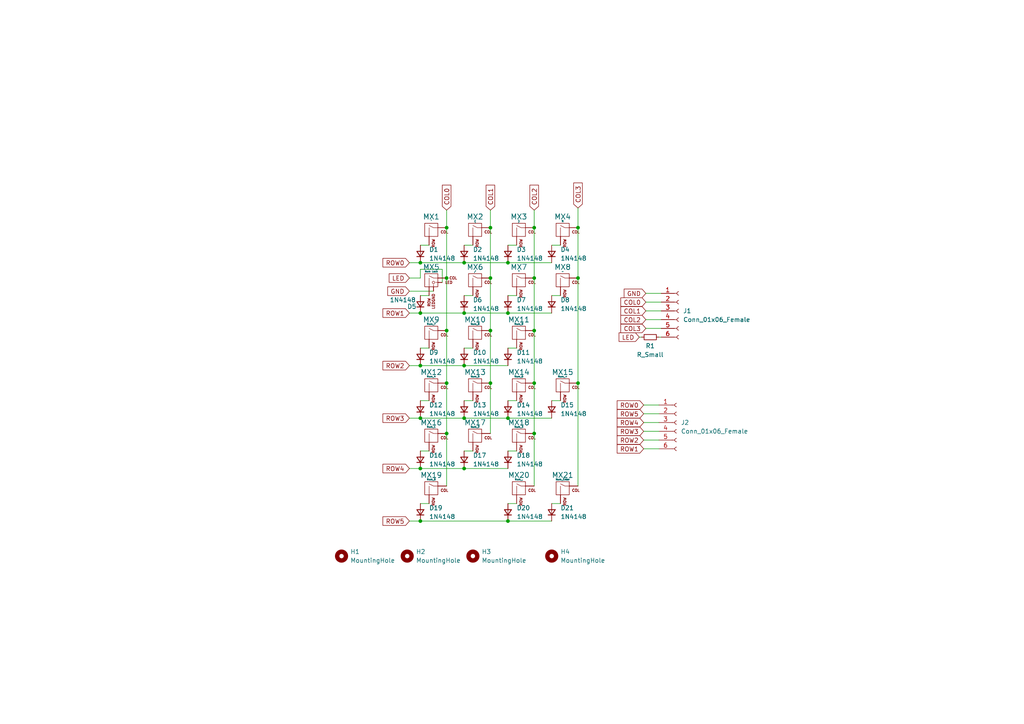
<source format=kicad_sch>
(kicad_sch (version 20211123) (generator eeschema)

  (uuid 4244bbb5-ef85-4264-a4dd-5bd24fde589b)

  (paper "A4")

  (lib_symbols
    (symbol "Connector:Conn_01x06_Female" (pin_names (offset 1.016) hide) (in_bom yes) (on_board yes)
      (property "Reference" "J" (id 0) (at 0 7.62 0)
        (effects (font (size 1.27 1.27)))
      )
      (property "Value" "Conn_01x06_Female" (id 1) (at 0 -10.16 0)
        (effects (font (size 1.27 1.27)))
      )
      (property "Footprint" "" (id 2) (at 0 0 0)
        (effects (font (size 1.27 1.27)) hide)
      )
      (property "Datasheet" "~" (id 3) (at 0 0 0)
        (effects (font (size 1.27 1.27)) hide)
      )
      (property "ki_keywords" "connector" (id 4) (at 0 0 0)
        (effects (font (size 1.27 1.27)) hide)
      )
      (property "ki_description" "Generic connector, single row, 01x06, script generated (kicad-library-utils/schlib/autogen/connector/)" (id 5) (at 0 0 0)
        (effects (font (size 1.27 1.27)) hide)
      )
      (property "ki_fp_filters" "Connector*:*_1x??_*" (id 6) (at 0 0 0)
        (effects (font (size 1.27 1.27)) hide)
      )
      (symbol "Conn_01x06_Female_1_1"
        (arc (start 0 -7.112) (mid -0.508 -7.62) (end 0 -8.128)
          (stroke (width 0.1524) (type default) (color 0 0 0 0))
          (fill (type none))
        )
        (arc (start 0 -4.572) (mid -0.508 -5.08) (end 0 -5.588)
          (stroke (width 0.1524) (type default) (color 0 0 0 0))
          (fill (type none))
        )
        (arc (start 0 -2.032) (mid -0.508 -2.54) (end 0 -3.048)
          (stroke (width 0.1524) (type default) (color 0 0 0 0))
          (fill (type none))
        )
        (polyline
          (pts
            (xy -1.27 -7.62)
            (xy -0.508 -7.62)
          )
          (stroke (width 0.1524) (type default) (color 0 0 0 0))
          (fill (type none))
        )
        (polyline
          (pts
            (xy -1.27 -5.08)
            (xy -0.508 -5.08)
          )
          (stroke (width 0.1524) (type default) (color 0 0 0 0))
          (fill (type none))
        )
        (polyline
          (pts
            (xy -1.27 -2.54)
            (xy -0.508 -2.54)
          )
          (stroke (width 0.1524) (type default) (color 0 0 0 0))
          (fill (type none))
        )
        (polyline
          (pts
            (xy -1.27 0)
            (xy -0.508 0)
          )
          (stroke (width 0.1524) (type default) (color 0 0 0 0))
          (fill (type none))
        )
        (polyline
          (pts
            (xy -1.27 2.54)
            (xy -0.508 2.54)
          )
          (stroke (width 0.1524) (type default) (color 0 0 0 0))
          (fill (type none))
        )
        (polyline
          (pts
            (xy -1.27 5.08)
            (xy -0.508 5.08)
          )
          (stroke (width 0.1524) (type default) (color 0 0 0 0))
          (fill (type none))
        )
        (arc (start 0 0.508) (mid -0.508 0) (end 0 -0.508)
          (stroke (width 0.1524) (type default) (color 0 0 0 0))
          (fill (type none))
        )
        (arc (start 0 3.048) (mid -0.508 2.54) (end 0 2.032)
          (stroke (width 0.1524) (type default) (color 0 0 0 0))
          (fill (type none))
        )
        (arc (start 0 5.588) (mid -0.508 5.08) (end 0 4.572)
          (stroke (width 0.1524) (type default) (color 0 0 0 0))
          (fill (type none))
        )
        (pin passive line (at -5.08 5.08 0) (length 3.81)
          (name "Pin_1" (effects (font (size 1.27 1.27))))
          (number "1" (effects (font (size 1.27 1.27))))
        )
        (pin passive line (at -5.08 2.54 0) (length 3.81)
          (name "Pin_2" (effects (font (size 1.27 1.27))))
          (number "2" (effects (font (size 1.27 1.27))))
        )
        (pin passive line (at -5.08 0 0) (length 3.81)
          (name "Pin_3" (effects (font (size 1.27 1.27))))
          (number "3" (effects (font (size 1.27 1.27))))
        )
        (pin passive line (at -5.08 -2.54 0) (length 3.81)
          (name "Pin_4" (effects (font (size 1.27 1.27))))
          (number "4" (effects (font (size 1.27 1.27))))
        )
        (pin passive line (at -5.08 -5.08 0) (length 3.81)
          (name "Pin_5" (effects (font (size 1.27 1.27))))
          (number "5" (effects (font (size 1.27 1.27))))
        )
        (pin passive line (at -5.08 -7.62 0) (length 3.81)
          (name "Pin_6" (effects (font (size 1.27 1.27))))
          (number "6" (effects (font (size 1.27 1.27))))
        )
      )
    )
    (symbol "Device:D_Small" (pin_numbers hide) (pin_names (offset 0.254) hide) (in_bom yes) (on_board yes)
      (property "Reference" "D" (id 0) (at -1.27 2.032 0)
        (effects (font (size 1.27 1.27)) (justify left))
      )
      (property "Value" "D_Small" (id 1) (at -3.81 -2.032 0)
        (effects (font (size 1.27 1.27)) (justify left))
      )
      (property "Footprint" "" (id 2) (at 0 0 90)
        (effects (font (size 1.27 1.27)) hide)
      )
      (property "Datasheet" "~" (id 3) (at 0 0 90)
        (effects (font (size 1.27 1.27)) hide)
      )
      (property "ki_keywords" "diode" (id 4) (at 0 0 0)
        (effects (font (size 1.27 1.27)) hide)
      )
      (property "ki_description" "Diode, small symbol" (id 5) (at 0 0 0)
        (effects (font (size 1.27 1.27)) hide)
      )
      (property "ki_fp_filters" "TO-???* *_Diode_* *SingleDiode* D_*" (id 6) (at 0 0 0)
        (effects (font (size 1.27 1.27)) hide)
      )
      (symbol "D_Small_0_1"
        (polyline
          (pts
            (xy -0.762 -1.016)
            (xy -0.762 1.016)
          )
          (stroke (width 0.254) (type default) (color 0 0 0 0))
          (fill (type none))
        )
        (polyline
          (pts
            (xy -0.762 0)
            (xy 0.762 0)
          )
          (stroke (width 0) (type default) (color 0 0 0 0))
          (fill (type none))
        )
        (polyline
          (pts
            (xy 0.762 -1.016)
            (xy -0.762 0)
            (xy 0.762 1.016)
            (xy 0.762 -1.016)
          )
          (stroke (width 0.254) (type default) (color 0 0 0 0))
          (fill (type none))
        )
      )
      (symbol "D_Small_1_1"
        (pin passive line (at -2.54 0 0) (length 1.778)
          (name "K" (effects (font (size 1.27 1.27))))
          (number "1" (effects (font (size 1.27 1.27))))
        )
        (pin passive line (at 2.54 0 180) (length 1.778)
          (name "A" (effects (font (size 1.27 1.27))))
          (number "2" (effects (font (size 1.27 1.27))))
        )
      )
    )
    (symbol "Device:R_Small" (pin_numbers hide) (pin_names (offset 0.254) hide) (in_bom yes) (on_board yes)
      (property "Reference" "R" (id 0) (at 0.762 0.508 0)
        (effects (font (size 1.27 1.27)) (justify left))
      )
      (property "Value" "R_Small" (id 1) (at 0.762 -1.016 0)
        (effects (font (size 1.27 1.27)) (justify left))
      )
      (property "Footprint" "" (id 2) (at 0 0 0)
        (effects (font (size 1.27 1.27)) hide)
      )
      (property "Datasheet" "~" (id 3) (at 0 0 0)
        (effects (font (size 1.27 1.27)) hide)
      )
      (property "ki_keywords" "R resistor" (id 4) (at 0 0 0)
        (effects (font (size 1.27 1.27)) hide)
      )
      (property "ki_description" "Resistor, small symbol" (id 5) (at 0 0 0)
        (effects (font (size 1.27 1.27)) hide)
      )
      (property "ki_fp_filters" "R_*" (id 6) (at 0 0 0)
        (effects (font (size 1.27 1.27)) hide)
      )
      (symbol "R_Small_0_1"
        (rectangle (start -0.762 1.778) (end 0.762 -1.778)
          (stroke (width 0.2032) (type default) (color 0 0 0 0))
          (fill (type none))
        )
      )
      (symbol "R_Small_1_1"
        (pin passive line (at 0 2.54 270) (length 0.762)
          (name "~" (effects (font (size 1.27 1.27))))
          (number "1" (effects (font (size 1.27 1.27))))
        )
        (pin passive line (at 0 -2.54 90) (length 0.762)
          (name "~" (effects (font (size 1.27 1.27))))
          (number "2" (effects (font (size 1.27 1.27))))
        )
      )
    )
    (symbol "MX_Alps_Hybrid:MX-LED" (pin_names (offset 1.016)) (in_bom yes) (on_board yes)
      (property "Reference" "MX" (id 0) (at -0.635 3.81 0)
        (effects (font (size 1.524 1.524)))
      )
      (property "Value" "MX-LED" (id 1) (at -0.635 1.27 0)
        (effects (font (size 0.508 0.508)))
      )
      (property "Footprint" "" (id 2) (at -15.875 -0.635 0)
        (effects (font (size 1.524 1.524)) hide)
      )
      (property "Datasheet" "" (id 3) (at -15.875 -0.635 0)
        (effects (font (size 1.524 1.524)) hide)
      )
      (symbol "MX-LED_0_0"
        (rectangle (start -2.54 2.54) (end 1.27 -1.27)
          (stroke (width 0) (type default) (color 0 0 0 0))
          (fill (type none))
        )
        (polyline
          (pts
            (xy -1.27 -1.27)
            (xy -1.27 1.27)
          )
          (stroke (width 0.127) (type default) (color 0 0 0 0))
          (fill (type none))
        )
        (polyline
          (pts
            (xy 0 -1.27)
            (xy 0 -0.635)
          )
          (stroke (width 0.127) (type default) (color 0 0 0 0))
          (fill (type none))
        )
        (polyline
          (pts
            (xy 1.27 0)
            (xy 0.635 0)
          )
          (stroke (width 0.127) (type default) (color 0 0 0 0))
          (fill (type none))
        )
        (polyline
          (pts
            (xy 1.27 1.27)
            (xy 0 1.27)
            (xy -1.27 1.905)
          )
          (stroke (width 0.127) (type default) (color 0 0 0 0))
          (fill (type none))
        )
        (circle (center 0 0) (radius 0.3556)
          (stroke (width 0.127) (type default) (color 0 0 0 0))
          (fill (type none))
        )
        (text "COL" (at 5.715 1.27 0)
          (effects (font (size 0.762 0.762)))
        )
        (text "LED" (at 4.445 0 0)
          (effects (font (size 0.762 0.762)))
        )
        (text "ROW" (at -1.27 -4.445 900)
          (effects (font (size 0.762 0.762)) (justify right))
        )
      )
      (symbol "MX-LED_1_0"
        (text "LEDGND" (at 0 -3.175 900)
          (effects (font (size 0.762 0.762)) (justify right))
        )
      )
      (symbol "MX-LED_1_1"
        (pin passive line (at 3.81 1.27 180) (length 2.54)
          (name "COL" (effects (font (size 0 0))))
          (number "1" (effects (font (size 0 0))))
        )
        (pin passive line (at -1.27 -3.81 90) (length 2.54)
          (name "ROW" (effects (font (size 0 0))))
          (number "2" (effects (font (size 0 0))))
        )
        (pin input line (at 2.54 0 180) (length 1.27)
          (name "LED" (effects (font (size 0 0))))
          (number "3" (effects (font (size 0 0))))
        )
        (pin passive line (at 0 -2.54 90) (length 1.27)
          (name "LEDGND" (effects (font (size 0 0))))
          (number "4" (effects (font (size 0 0))))
        )
      )
    )
    (symbol "MX_Alps_Hybrid:MX-NoLED" (pin_names (offset 1.016)) (in_bom yes) (on_board yes)
      (property "Reference" "MX" (id 0) (at -0.635 3.81 0)
        (effects (font (size 1.524 1.524)))
      )
      (property "Value" "MX-NoLED" (id 1) (at -0.635 1.27 0)
        (effects (font (size 0.508 0.508)))
      )
      (property "Footprint" "" (id 2) (at -15.875 -0.635 0)
        (effects (font (size 1.524 1.524)) hide)
      )
      (property "Datasheet" "" (id 3) (at -15.875 -0.635 0)
        (effects (font (size 1.524 1.524)) hide)
      )
      (symbol "MX-NoLED_0_0"
        (rectangle (start -2.54 2.54) (end 1.27 -1.27)
          (stroke (width 0) (type default) (color 0 0 0 0))
          (fill (type none))
        )
        (polyline
          (pts
            (xy -1.27 -1.27)
            (xy -1.27 1.27)
          )
          (stroke (width 0.127) (type default) (color 0 0 0 0))
          (fill (type none))
        )
        (polyline
          (pts
            (xy 1.27 1.27)
            (xy 0 1.27)
            (xy -1.27 1.905)
          )
          (stroke (width 0.127) (type default) (color 0 0 0 0))
          (fill (type none))
        )
        (text "COL" (at 3.175 0 0)
          (effects (font (size 0.762 0.762)))
        )
        (text "ROW" (at 0 -1.905 900)
          (effects (font (size 0.762 0.762)) (justify right))
        )
      )
      (symbol "MX-NoLED_1_1"
        (pin passive line (at 3.81 1.27 180) (length 2.54)
          (name "COL" (effects (font (size 0 0))))
          (number "1" (effects (font (size 0 0))))
        )
        (pin passive line (at -1.27 -3.81 90) (length 2.54)
          (name "ROW" (effects (font (size 0 0))))
          (number "2" (effects (font (size 0 0))))
        )
      )
    )
    (symbol "Mechanical:MountingHole" (pin_names (offset 1.016)) (in_bom yes) (on_board yes)
      (property "Reference" "H" (id 0) (at 0 5.08 0)
        (effects (font (size 1.27 1.27)))
      )
      (property "Value" "MountingHole" (id 1) (at 0 3.175 0)
        (effects (font (size 1.27 1.27)))
      )
      (property "Footprint" "" (id 2) (at 0 0 0)
        (effects (font (size 1.27 1.27)) hide)
      )
      (property "Datasheet" "~" (id 3) (at 0 0 0)
        (effects (font (size 1.27 1.27)) hide)
      )
      (property "ki_keywords" "mounting hole" (id 4) (at 0 0 0)
        (effects (font (size 1.27 1.27)) hide)
      )
      (property "ki_description" "Mounting Hole without connection" (id 5) (at 0 0 0)
        (effects (font (size 1.27 1.27)) hide)
      )
      (property "ki_fp_filters" "MountingHole*" (id 6) (at 0 0 0)
        (effects (font (size 1.27 1.27)) hide)
      )
      (symbol "MountingHole_0_1"
        (circle (center 0 0) (radius 1.27)
          (stroke (width 1.27) (type default) (color 0 0 0 0))
          (fill (type none))
        )
      )
    )
  )

  (junction (at 154.94 95.885) (diameter 0) (color 0 0 0 0)
    (uuid 14f4bdb9-6a9c-42fb-be47-f3403ac75a75)
  )
  (junction (at 134.62 90.805) (diameter 0) (color 0 0 0 0)
    (uuid 1d0a64d3-9431-4f19-a37b-eb7e1af5e85f)
  )
  (junction (at 167.64 66.04) (diameter 0) (color 0 0 0 0)
    (uuid 215cfffa-ba19-48e7-84fc-23b5dba7996d)
  )
  (junction (at 142.24 111.125) (diameter 0) (color 0 0 0 0)
    (uuid 231d94e1-5134-42f1-aecc-bbb5a048b1c5)
  )
  (junction (at 129.54 80.645) (diameter 0) (color 0 0 0 0)
    (uuid 3971cb55-d3b1-4555-8e8b-4e0a8f227f21)
  )
  (junction (at 129.54 125.73) (diameter 0) (color 0 0 0 0)
    (uuid 3c39c799-3d7f-4195-919b-8485cf309d25)
  )
  (junction (at 147.32 121.285) (diameter 0) (color 0 0 0 0)
    (uuid 466e18db-f79d-49b0-a233-dbedbe023f4f)
  )
  (junction (at 142.24 95.885) (diameter 0) (color 0 0 0 0)
    (uuid 4e451a03-6d6f-49fc-85e8-b0f3c3eff22e)
  )
  (junction (at 154.94 66.04) (diameter 0) (color 0 0 0 0)
    (uuid 5436f76f-5cf8-4f21-b065-adb721d07ce2)
  )
  (junction (at 121.92 90.805) (diameter 0) (color 0 0 0 0)
    (uuid 56955c7f-d046-4aea-af13-665455d6f3c0)
  )
  (junction (at 167.64 111.125) (diameter 0) (color 0 0 0 0)
    (uuid 701c1c40-c002-499b-8cfa-bf88602945b5)
  )
  (junction (at 134.62 76.2) (diameter 0) (color 0 0 0 0)
    (uuid 7771fa89-166d-4b8f-9387-d0d149517a22)
  )
  (junction (at 154.94 111.125) (diameter 0) (color 0 0 0 0)
    (uuid 802775a0-a3d4-4a85-9557-6b46fae48d3d)
  )
  (junction (at 134.62 135.89) (diameter 0) (color 0 0 0 0)
    (uuid 834cd318-bae7-438a-9b5b-aa375be3e74b)
  )
  (junction (at 154.94 125.73) (diameter 0) (color 0 0 0 0)
    (uuid 919ae77b-63fe-4ea8-a914-ce59e279d78c)
  )
  (junction (at 129.54 111.125) (diameter 0) (color 0 0 0 0)
    (uuid 9c18c4f5-68a9-49d0-9d15-43929ac785ce)
  )
  (junction (at 121.92 106.045) (diameter 0) (color 0 0 0 0)
    (uuid 9e78e345-651a-446c-a262-6ff2a10f4859)
  )
  (junction (at 154.94 80.645) (diameter 0) (color 0 0 0 0)
    (uuid a5abddf4-c9da-4356-9d94-0797ffe079d4)
  )
  (junction (at 134.62 106.045) (diameter 0) (color 0 0 0 0)
    (uuid aabc7811-776a-49dd-9f9f-ec963f92999e)
  )
  (junction (at 134.62 121.285) (diameter 0) (color 0 0 0 0)
    (uuid af2eecb8-92a2-4c5d-9504-4f0de878bb14)
  )
  (junction (at 121.92 151.13) (diameter 0) (color 0 0 0 0)
    (uuid bb74fa89-5571-4ff5-9ee4-e40568fd09c4)
  )
  (junction (at 121.92 135.89) (diameter 0) (color 0 0 0 0)
    (uuid bc62155b-d353-46bd-965f-cbf5f1c2bf6f)
  )
  (junction (at 147.32 151.13) (diameter 0) (color 0 0 0 0)
    (uuid c4a5ee28-1d95-4bc2-b8b0-8f5439fb9a1b)
  )
  (junction (at 147.32 76.2) (diameter 0) (color 0 0 0 0)
    (uuid c6096f7a-3586-4d29-90b5-12a01d57de10)
  )
  (junction (at 129.54 95.885) (diameter 0) (color 0 0 0 0)
    (uuid cb664aa4-1e50-4967-b0ce-60ac2df9f819)
  )
  (junction (at 147.32 90.805) (diameter 0) (color 0 0 0 0)
    (uuid cf96e030-9966-4d4c-b042-bf0463672d1f)
  )
  (junction (at 142.24 66.04) (diameter 0) (color 0 0 0 0)
    (uuid db8aaaec-b779-4bdc-be7a-ef87039c9c9f)
  )
  (junction (at 129.54 66.04) (diameter 0) (color 0 0 0 0)
    (uuid dfbd2d5e-0ae0-40d1-b093-2714718e3ef4)
  )
  (junction (at 142.24 80.645) (diameter 0) (color 0 0 0 0)
    (uuid e88d31d7-edd4-4c36-a53c-b3e0a1eee5b8)
  )
  (junction (at 121.92 121.285) (diameter 0) (color 0 0 0 0)
    (uuid e9248286-9403-415e-8085-eb76c1d0312a)
  )
  (junction (at 121.92 76.2) (diameter 0) (color 0 0 0 0)
    (uuid ee9a52b6-e04e-43a6-9e7c-3c81ed3c414f)
  )
  (junction (at 167.64 80.645) (diameter 0) (color 0 0 0 0)
    (uuid f9b6daf4-0d35-4fd2-af0b-0fb78e0702c2)
  )

  (wire (pts (xy 187.325 85.09) (xy 191.77 85.09))
    (stroke (width 0) (type default) (color 0 0 0 0))
    (uuid 03728d2b-f537-477b-bd2e-69a6eec428cb)
  )
  (wire (pts (xy 160.02 71.12) (xy 162.56 71.12))
    (stroke (width 0) (type default) (color 0 0 0 0))
    (uuid 08e16c88-0996-40b0-a89c-b8159279b65b)
  )
  (wire (pts (xy 134.62 106.045) (xy 147.32 106.045))
    (stroke (width 0) (type default) (color 0 0 0 0))
    (uuid 09da1b57-83ab-4b73-852c-60c094817983)
  )
  (wire (pts (xy 187.325 92.71) (xy 191.77 92.71))
    (stroke (width 0) (type default) (color 0 0 0 0))
    (uuid 0e478d6e-5c35-4da9-bae2-d9ab5b52accb)
  )
  (wire (pts (xy 121.92 71.12) (xy 124.46 71.12))
    (stroke (width 0) (type default) (color 0 0 0 0))
    (uuid 12d6a295-8009-45c3-9208-aeaaa1a487b4)
  )
  (wire (pts (xy 118.745 121.285) (xy 121.92 121.285))
    (stroke (width 0) (type default) (color 0 0 0 0))
    (uuid 173157d7-4d8d-4aca-8b87-aed058616943)
  )
  (wire (pts (xy 129.54 60.96) (xy 129.54 66.04))
    (stroke (width 0) (type default) (color 0 0 0 0))
    (uuid 1c249aee-7815-42c8-944c-02bc3f00c1ad)
  )
  (wire (pts (xy 134.62 71.12) (xy 137.16 71.12))
    (stroke (width 0) (type default) (color 0 0 0 0))
    (uuid 1c468ee2-a242-4e25-9a2f-bac8c6ea3e8d)
  )
  (wire (pts (xy 121.92 116.205) (xy 124.46 116.205))
    (stroke (width 0) (type default) (color 0 0 0 0))
    (uuid 23e1ccc5-7e72-41e5-afc8-c3505735d3ae)
  )
  (wire (pts (xy 147.32 121.285) (xy 160.02 121.285))
    (stroke (width 0) (type default) (color 0 0 0 0))
    (uuid 2769d693-51b8-408c-9d11-b97659585ef0)
  )
  (wire (pts (xy 121.92 106.045) (xy 134.62 106.045))
    (stroke (width 0) (type default) (color 0 0 0 0))
    (uuid 2946e4b5-322a-4655-b264-8d20593086e5)
  )
  (wire (pts (xy 118.745 76.2) (xy 121.92 76.2))
    (stroke (width 0) (type default) (color 0 0 0 0))
    (uuid 2997b4ac-2141-4094-9d16-ecbb5266f007)
  )
  (wire (pts (xy 186.69 130.175) (xy 191.135 130.175))
    (stroke (width 0) (type default) (color 0 0 0 0))
    (uuid 2c7cee3a-ec2a-456f-a80a-bb41d30f9c4c)
  )
  (wire (pts (xy 167.64 111.125) (xy 167.64 140.97))
    (stroke (width 0) (type default) (color 0 0 0 0))
    (uuid 3004ff1d-3243-4b8c-9b3f-31272c18d196)
  )
  (wire (pts (xy 134.62 90.805) (xy 147.32 90.805))
    (stroke (width 0) (type default) (color 0 0 0 0))
    (uuid 388084b9-181a-419e-94ae-48fd2fba1f24)
  )
  (wire (pts (xy 142.24 60.96) (xy 142.24 66.04))
    (stroke (width 0) (type default) (color 0 0 0 0))
    (uuid 4bb2c333-9e1d-4082-be31-420fef717218)
  )
  (wire (pts (xy 121.92 130.81) (xy 124.46 130.81))
    (stroke (width 0) (type default) (color 0 0 0 0))
    (uuid 504b5f91-c60c-47a2-830f-eb1a7c2e639e)
  )
  (wire (pts (xy 154.94 60.96) (xy 154.94 66.04))
    (stroke (width 0) (type default) (color 0 0 0 0))
    (uuid 5126920c-844d-45b7-b505-4bd74a75d906)
  )
  (wire (pts (xy 160.02 85.725) (xy 162.56 85.725))
    (stroke (width 0) (type default) (color 0 0 0 0))
    (uuid 533ebbb2-e911-4f3d-9c4c-90c4523279ca)
  )
  (wire (pts (xy 134.62 85.725) (xy 137.16 85.725))
    (stroke (width 0) (type default) (color 0 0 0 0))
    (uuid 537a0142-259d-436b-be0a-61c70c7dcd79)
  )
  (wire (pts (xy 160.02 146.05) (xy 162.56 146.05))
    (stroke (width 0) (type default) (color 0 0 0 0))
    (uuid 5dab80bb-6576-4a0d-b2d1-c0418d821f70)
  )
  (wire (pts (xy 147.32 71.12) (xy 149.86 71.12))
    (stroke (width 0) (type default) (color 0 0 0 0))
    (uuid 5fdb48bc-728b-45ad-856d-304925577b24)
  )
  (wire (pts (xy 167.64 60.325) (xy 167.64 66.04))
    (stroke (width 0) (type default) (color 0 0 0 0))
    (uuid 632a7631-ecee-45a9-b670-a6051bfe08c3)
  )
  (wire (pts (xy 134.62 116.205) (xy 137.16 116.205))
    (stroke (width 0) (type default) (color 0 0 0 0))
    (uuid 66944e5a-91e9-414e-8a98-6d626b8163c4)
  )
  (wire (pts (xy 129.54 80.645) (xy 129.54 95.885))
    (stroke (width 0) (type default) (color 0 0 0 0))
    (uuid 684098d2-613d-43f3-88b7-37d4ab22e5ee)
  )
  (wire (pts (xy 121.92 135.89) (xy 134.62 135.89))
    (stroke (width 0) (type default) (color 0 0 0 0))
    (uuid 68d19911-2acf-4a0d-95c2-649bc5f6193d)
  )
  (wire (pts (xy 118.745 106.045) (xy 121.92 106.045))
    (stroke (width 0) (type default) (color 0 0 0 0))
    (uuid 6ba57ade-2ada-4393-95ad-8d106c9a8b87)
  )
  (wire (pts (xy 147.32 116.205) (xy 149.86 116.205))
    (stroke (width 0) (type default) (color 0 0 0 0))
    (uuid 6d19e3df-8071-48eb-a7fe-2f5d3faa1efe)
  )
  (wire (pts (xy 134.62 130.81) (xy 137.16 130.81))
    (stroke (width 0) (type default) (color 0 0 0 0))
    (uuid 6ec1637a-3404-4d02-ae45-2dd621533520)
  )
  (wire (pts (xy 147.32 76.2) (xy 160.02 76.2))
    (stroke (width 0) (type default) (color 0 0 0 0))
    (uuid 6ef88a73-f18c-45e1-ae1c-6baea0e47d43)
  )
  (wire (pts (xy 128.27 78.105) (xy 121.92 78.105))
    (stroke (width 0) (type default) (color 0 0 0 0))
    (uuid 6faa1d1d-adc3-4562-b512-4ae275a4889e)
  )
  (wire (pts (xy 118.745 151.13) (xy 121.92 151.13))
    (stroke (width 0) (type default) (color 0 0 0 0))
    (uuid 6fe4f989-17b4-4dab-a603-a11988b7fa1e)
  )
  (wire (pts (xy 121.92 121.285) (xy 134.62 121.285))
    (stroke (width 0) (type default) (color 0 0 0 0))
    (uuid 6fff53af-b3bb-4acd-8a16-7ec2bf1225bc)
  )
  (wire (pts (xy 191.135 97.79) (xy 191.77 97.79))
    (stroke (width 0) (type default) (color 0 0 0 0))
    (uuid 74172861-1715-40d7-9f21-a36024780f6c)
  )
  (wire (pts (xy 186.69 120.015) (xy 191.135 120.015))
    (stroke (width 0) (type default) (color 0 0 0 0))
    (uuid 755d6839-9acc-4e71-aabf-1f1d969eebdc)
  )
  (wire (pts (xy 129.54 111.125) (xy 129.54 125.73))
    (stroke (width 0) (type default) (color 0 0 0 0))
    (uuid 7c28ed8e-4434-4427-9e8e-e597a47a2790)
  )
  (wire (pts (xy 186.69 122.555) (xy 191.135 122.555))
    (stroke (width 0) (type default) (color 0 0 0 0))
    (uuid 7eb40a6b-ac3b-4a64-9fa0-3dcada9b8e23)
  )
  (wire (pts (xy 185.42 97.79) (xy 186.055 97.79))
    (stroke (width 0) (type default) (color 0 0 0 0))
    (uuid 7fda90ca-76fd-498f-88e8-384958a493e7)
  )
  (wire (pts (xy 186.69 127.635) (xy 191.135 127.635))
    (stroke (width 0) (type default) (color 0 0 0 0))
    (uuid 809ee441-105e-43f6-af85-21619c3ce183)
  )
  (wire (pts (xy 147.32 146.05) (xy 149.86 146.05))
    (stroke (width 0) (type default) (color 0 0 0 0))
    (uuid 830190c8-04b0-4919-9c35-ad73d9ed7e25)
  )
  (wire (pts (xy 160.02 116.205) (xy 162.56 116.205))
    (stroke (width 0) (type default) (color 0 0 0 0))
    (uuid 85290897-a69f-43de-ba13-b6be6bcc9165)
  )
  (wire (pts (xy 187.325 87.63) (xy 191.77 87.63))
    (stroke (width 0) (type default) (color 0 0 0 0))
    (uuid 881427d7-7886-4b13-9674-64e2f63dd59b)
  )
  (wire (pts (xy 118.745 135.89) (xy 121.92 135.89))
    (stroke (width 0) (type default) (color 0 0 0 0))
    (uuid 8c227fa1-8dfc-41f4-9dbd-fc6f4a4cd32f)
  )
  (wire (pts (xy 121.92 151.13) (xy 147.32 151.13))
    (stroke (width 0) (type default) (color 0 0 0 0))
    (uuid 8f518a9e-2d7e-467d-ac54-d055cf3e9a8a)
  )
  (wire (pts (xy 147.32 85.725) (xy 149.86 85.725))
    (stroke (width 0) (type default) (color 0 0 0 0))
    (uuid 8f8046b4-793a-4b2e-904d-f450256baa96)
  )
  (wire (pts (xy 128.27 81.915) (xy 128.27 78.105))
    (stroke (width 0) (type default) (color 0 0 0 0))
    (uuid 91ad7daa-82a8-42f6-bef6-9e39e096134f)
  )
  (wire (pts (xy 186.69 125.095) (xy 191.135 125.095))
    (stroke (width 0) (type default) (color 0 0 0 0))
    (uuid 9506f13c-ddfe-4652-9daa-0514ce69faaa)
  )
  (wire (pts (xy 167.64 80.645) (xy 167.64 111.125))
    (stroke (width 0) (type default) (color 0 0 0 0))
    (uuid 981bfea7-2406-4c40-a6ce-2fad77325a35)
  )
  (wire (pts (xy 134.62 76.2) (xy 147.32 76.2))
    (stroke (width 0) (type default) (color 0 0 0 0))
    (uuid 994d4ba8-60bf-45c3-964d-fe2e261f1e6c)
  )
  (wire (pts (xy 118.745 84.455) (xy 125.73 84.455))
    (stroke (width 0) (type default) (color 0 0 0 0))
    (uuid 9c5e1357-74c6-45f6-b6be-436e2c80096b)
  )
  (wire (pts (xy 118.745 90.805) (xy 121.92 90.805))
    (stroke (width 0) (type default) (color 0 0 0 0))
    (uuid 9fe852fb-1900-4213-a7eb-6ea68bce4ebd)
  )
  (wire (pts (xy 154.94 95.885) (xy 154.94 111.125))
    (stroke (width 0) (type default) (color 0 0 0 0))
    (uuid a0c63c40-29c1-429b-8458-ea4bf600cc7b)
  )
  (wire (pts (xy 121.92 76.2) (xy 134.62 76.2))
    (stroke (width 0) (type default) (color 0 0 0 0))
    (uuid a2060cf2-d22c-4f71-a48a-25fe13b0a486)
  )
  (wire (pts (xy 154.94 125.73) (xy 154.94 140.97))
    (stroke (width 0) (type default) (color 0 0 0 0))
    (uuid a290e0e3-616e-4d02-a940-e362b1315393)
  )
  (wire (pts (xy 147.32 100.965) (xy 149.86 100.965))
    (stroke (width 0) (type default) (color 0 0 0 0))
    (uuid a34682b5-9d4d-4cfe-b7e2-406391961d93)
  )
  (wire (pts (xy 187.325 90.17) (xy 191.77 90.17))
    (stroke (width 0) (type default) (color 0 0 0 0))
    (uuid a81277eb-4ddf-4e86-b770-b7e555e30f18)
  )
  (wire (pts (xy 121.92 80.645) (xy 118.745 80.645))
    (stroke (width 0) (type default) (color 0 0 0 0))
    (uuid a8c2d038-19f2-4d96-ace7-b00bd5ff48a9)
  )
  (wire (pts (xy 154.94 66.04) (xy 154.94 80.645))
    (stroke (width 0) (type default) (color 0 0 0 0))
    (uuid acfab763-824a-4bb9-ab26-840962d4d8fa)
  )
  (wire (pts (xy 142.24 111.125) (xy 142.24 125.73))
    (stroke (width 0) (type default) (color 0 0 0 0))
    (uuid b3ed3bf4-3d3b-40c5-8add-577ea2f80962)
  )
  (wire (pts (xy 134.62 135.89) (xy 147.32 135.89))
    (stroke (width 0) (type default) (color 0 0 0 0))
    (uuid b9d62a28-4326-44fe-80d6-6ae9c84a0f41)
  )
  (wire (pts (xy 147.32 151.13) (xy 160.02 151.13))
    (stroke (width 0) (type default) (color 0 0 0 0))
    (uuid bc63144c-c134-4049-aae0-594db679144d)
  )
  (wire (pts (xy 147.32 130.81) (xy 149.86 130.81))
    (stroke (width 0) (type default) (color 0 0 0 0))
    (uuid bee01326-56af-46bf-90ed-77523b9a546d)
  )
  (wire (pts (xy 134.62 100.965) (xy 137.16 100.965))
    (stroke (width 0) (type default) (color 0 0 0 0))
    (uuid c815dfca-8d32-42d1-9fc3-b7985be556a0)
  )
  (wire (pts (xy 186.69 117.475) (xy 191.135 117.475))
    (stroke (width 0) (type default) (color 0 0 0 0))
    (uuid c837dda2-6fca-4cb0-9a8d-f09c424042fc)
  )
  (wire (pts (xy 121.92 90.805) (xy 134.62 90.805))
    (stroke (width 0) (type default) (color 0 0 0 0))
    (uuid cad26605-171e-4161-91ac-bbe58816a64d)
  )
  (wire (pts (xy 129.54 95.885) (xy 129.54 111.125))
    (stroke (width 0) (type default) (color 0 0 0 0))
    (uuid d156b3f3-07cd-41a8-aa82-939a2742261e)
  )
  (wire (pts (xy 187.325 95.25) (xy 191.77 95.25))
    (stroke (width 0) (type default) (color 0 0 0 0))
    (uuid d242e501-74d3-4fa9-8604-65aa3f5eb7af)
  )
  (wire (pts (xy 129.54 66.04) (xy 129.54 80.645))
    (stroke (width 0) (type default) (color 0 0 0 0))
    (uuid d30122e5-8683-4ff4-b8aa-4b695bac5266)
  )
  (wire (pts (xy 154.94 80.645) (xy 154.94 95.885))
    (stroke (width 0) (type default) (color 0 0 0 0))
    (uuid d58e2ee1-a671-4aba-a11b-9bccf585dfe0)
  )
  (wire (pts (xy 121.92 78.105) (xy 121.92 80.645))
    (stroke (width 0) (type default) (color 0 0 0 0))
    (uuid d940e4a7-acfe-4243-ba4c-28cbe7469bc7)
  )
  (wire (pts (xy 154.94 111.125) (xy 154.94 125.73))
    (stroke (width 0) (type default) (color 0 0 0 0))
    (uuid d9623bc3-8caa-4c83-8a9d-5acc4d70b987)
  )
  (wire (pts (xy 147.32 90.805) (xy 160.02 90.805))
    (stroke (width 0) (type default) (color 0 0 0 0))
    (uuid d971c80e-9ad8-4835-b5fb-4952a244e35c)
  )
  (wire (pts (xy 121.92 100.965) (xy 124.46 100.965))
    (stroke (width 0) (type default) (color 0 0 0 0))
    (uuid dadd201d-f7a7-4b18-9ad5-8afe9a52461e)
  )
  (wire (pts (xy 121.92 146.05) (xy 124.46 146.05))
    (stroke (width 0) (type default) (color 0 0 0 0))
    (uuid e458166c-3cea-4337-9d8a-7e4aa0b34e82)
  )
  (wire (pts (xy 129.54 125.73) (xy 129.54 140.97))
    (stroke (width 0) (type default) (color 0 0 0 0))
    (uuid e5d26f40-5699-4928-847a-05f079a00830)
  )
  (wire (pts (xy 121.92 85.725) (xy 124.46 85.725))
    (stroke (width 0) (type default) (color 0 0 0 0))
    (uuid ec827599-3d34-4e8a-b8e0-781e4b71b9dc)
  )
  (wire (pts (xy 134.62 121.285) (xy 147.32 121.285))
    (stroke (width 0) (type default) (color 0 0 0 0))
    (uuid ef63bad6-978b-4bb8-85b4-c7e058039e39)
  )
  (wire (pts (xy 142.24 66.04) (xy 142.24 80.645))
    (stroke (width 0) (type default) (color 0 0 0 0))
    (uuid f238f3c9-d424-434f-9547-4e80273441fa)
  )
  (wire (pts (xy 142.24 80.645) (xy 142.24 95.885))
    (stroke (width 0) (type default) (color 0 0 0 0))
    (uuid f6dbe6ce-01a9-4f4a-929b-f581b2a8a82b)
  )
  (wire (pts (xy 167.64 66.04) (xy 167.64 80.645))
    (stroke (width 0) (type default) (color 0 0 0 0))
    (uuid fb7846de-9793-45dc-a23b-fb242de5ab33)
  )
  (wire (pts (xy 142.24 95.885) (xy 142.24 111.125))
    (stroke (width 0) (type default) (color 0 0 0 0))
    (uuid fd2f82c9-a055-430e-acf3-9ea780a40842)
  )

  (global_label "COL3" (shape input) (at 187.325 95.25 180) (fields_autoplaced)
    (effects (font (size 1.27 1.27)) (justify right))
    (uuid 0722d111-1e7d-4072-93f0-04a38c97708b)
    (property "Intersheet References" "${INTERSHEET_REFS}" (id 0) (at 180.0738 95.3294 0)
      (effects (font (size 1.27 1.27)) (justify right) hide)
    )
  )
  (global_label "COL0" (shape input) (at 187.325 87.63 180) (fields_autoplaced)
    (effects (font (size 1.27 1.27)) (justify right))
    (uuid 1a5a9c5b-d8a6-407a-9ba2-a6b48b75ab0a)
    (property "Intersheet References" "${INTERSHEET_REFS}" (id 0) (at 180.0738 87.7094 0)
      (effects (font (size 1.27 1.27)) (justify right) hide)
    )
  )
  (global_label "ROW5" (shape input) (at 186.69 120.015 180) (fields_autoplaced)
    (effects (font (size 1.27 1.27)) (justify right))
    (uuid 1b51971c-5d6f-40fa-bd04-ef313a18359d)
    (property "Intersheet References" "${INTERSHEET_REFS}" (id 0) (at 179.0155 119.9356 0)
      (effects (font (size 1.27 1.27)) (justify right) hide)
    )
  )
  (global_label "GND" (shape input) (at 187.325 85.09 180) (fields_autoplaced)
    (effects (font (size 1.27 1.27)) (justify right))
    (uuid 22c73194-060a-4a01-b9e8-f9fb05b80829)
    (property "Intersheet References" "${INTERSHEET_REFS}" (id 0) (at 181.0414 85.0106 0)
      (effects (font (size 1.27 1.27)) (justify right) hide)
    )
  )
  (global_label "ROW2" (shape input) (at 186.69 127.635 180) (fields_autoplaced)
    (effects (font (size 1.27 1.27)) (justify right))
    (uuid 242fe0f1-7aa3-4b71-abb8-d2f9c64b1b56)
    (property "Intersheet References" "${INTERSHEET_REFS}" (id 0) (at 179.0155 127.5556 0)
      (effects (font (size 1.27 1.27)) (justify right) hide)
    )
  )
  (global_label "ROW1" (shape input) (at 186.69 130.175 180) (fields_autoplaced)
    (effects (font (size 1.27 1.27)) (justify right))
    (uuid 27435d0a-86db-40b4-8328-895f192e0cc8)
    (property "Intersheet References" "${INTERSHEET_REFS}" (id 0) (at 179.0155 130.0956 0)
      (effects (font (size 1.27 1.27)) (justify right) hide)
    )
  )
  (global_label "ROW0" (shape input) (at 186.69 117.475 180) (fields_autoplaced)
    (effects (font (size 1.27 1.27)) (justify right))
    (uuid 2931709a-9157-440b-913a-682791df90c9)
    (property "Intersheet References" "${INTERSHEET_REFS}" (id 0) (at 179.0155 117.3956 0)
      (effects (font (size 1.27 1.27)) (justify right) hide)
    )
  )
  (global_label "COL1" (shape input) (at 142.24 60.96 90) (fields_autoplaced)
    (effects (font (size 1.27 1.27)) (justify left))
    (uuid 2c2ca5b7-fd81-47ac-91fe-3dc0d7a22080)
    (property "Intersheet References" "${INTERSHEET_REFS}" (id 0) (at 142.1606 53.7088 90)
      (effects (font (size 1.27 1.27)) (justify left) hide)
    )
  )
  (global_label "ROW4" (shape input) (at 118.745 135.89 180) (fields_autoplaced)
    (effects (font (size 1.27 1.27)) (justify right))
    (uuid 3bfd4060-86ca-49a8-96f1-6d57cef6350c)
    (property "Intersheet References" "${INTERSHEET_REFS}" (id 0) (at 111.0705 135.8106 0)
      (effects (font (size 1.27 1.27)) (justify right) hide)
    )
  )
  (global_label "COL0" (shape input) (at 129.54 60.96 90) (fields_autoplaced)
    (effects (font (size 1.27 1.27)) (justify left))
    (uuid 49472a9b-5f28-4d96-b652-cd51bc4a4005)
    (property "Intersheet References" "${INTERSHEET_REFS}" (id 0) (at 129.4606 53.7088 90)
      (effects (font (size 1.27 1.27)) (justify left) hide)
    )
  )
  (global_label "COL2" (shape input) (at 187.325 92.71 180) (fields_autoplaced)
    (effects (font (size 1.27 1.27)) (justify right))
    (uuid 4a7b0df0-d7d6-445b-b3ac-9e0367190cc3)
    (property "Intersheet References" "${INTERSHEET_REFS}" (id 0) (at 180.0738 92.7894 0)
      (effects (font (size 1.27 1.27)) (justify right) hide)
    )
  )
  (global_label "ROW1" (shape input) (at 118.745 90.805 180) (fields_autoplaced)
    (effects (font (size 1.27 1.27)) (justify right))
    (uuid 58df2a72-6b85-4bd4-9306-5436a1f17130)
    (property "Intersheet References" "${INTERSHEET_REFS}" (id 0) (at 111.0705 90.7256 0)
      (effects (font (size 1.27 1.27)) (justify right) hide)
    )
  )
  (global_label "GND" (shape input) (at 118.745 84.455 180) (fields_autoplaced)
    (effects (font (size 1.27 1.27)) (justify right))
    (uuid 6355bbc7-484d-4c02-a0cb-6616ce6c25e3)
    (property "Intersheet References" "${INTERSHEET_REFS}" (id 0) (at 112.4614 84.3756 0)
      (effects (font (size 1.27 1.27)) (justify right) hide)
    )
  )
  (global_label "LED" (shape input) (at 118.745 80.645 180) (fields_autoplaced)
    (effects (font (size 1.27 1.27)) (justify right))
    (uuid 71784ddf-74d2-49f2-bf54-4b4e583f62bf)
    (property "Intersheet References" "${INTERSHEET_REFS}" (id 0) (at 112.8848 80.5656 0)
      (effects (font (size 1.27 1.27)) (justify right) hide)
    )
  )
  (global_label "COL3" (shape input) (at 167.64 60.325 90) (fields_autoplaced)
    (effects (font (size 1.27 1.27)) (justify left))
    (uuid 773a4a0a-216e-40af-bde6-c0f57471e7bf)
    (property "Intersheet References" "${INTERSHEET_REFS}" (id 0) (at 167.5606 53.0738 90)
      (effects (font (size 1.27 1.27)) (justify left) hide)
    )
  )
  (global_label "ROW3" (shape input) (at 186.69 125.095 180) (fields_autoplaced)
    (effects (font (size 1.27 1.27)) (justify right))
    (uuid 7d02ea77-2882-4908-9692-7a52210983b6)
    (property "Intersheet References" "${INTERSHEET_REFS}" (id 0) (at 179.0155 125.0156 0)
      (effects (font (size 1.27 1.27)) (justify right) hide)
    )
  )
  (global_label "ROW4" (shape input) (at 186.69 122.555 180) (fields_autoplaced)
    (effects (font (size 1.27 1.27)) (justify right))
    (uuid 8529ad27-a755-4c72-a97c-9956a64bac23)
    (property "Intersheet References" "${INTERSHEET_REFS}" (id 0) (at 179.0155 122.4756 0)
      (effects (font (size 1.27 1.27)) (justify right) hide)
    )
  )
  (global_label "ROW3" (shape input) (at 118.745 121.285 180) (fields_autoplaced)
    (effects (font (size 1.27 1.27)) (justify right))
    (uuid 92f6f638-55af-481a-b7ad-667d55b168c7)
    (property "Intersheet References" "${INTERSHEET_REFS}" (id 0) (at 111.0705 121.2056 0)
      (effects (font (size 1.27 1.27)) (justify right) hide)
    )
  )
  (global_label "ROW2" (shape input) (at 118.745 106.045 180) (fields_autoplaced)
    (effects (font (size 1.27 1.27)) (justify right))
    (uuid aab81a95-4b82-47ed-9d93-90e0d7f14c4d)
    (property "Intersheet References" "${INTERSHEET_REFS}" (id 0) (at 111.0705 105.9656 0)
      (effects (font (size 1.27 1.27)) (justify right) hide)
    )
  )
  (global_label "ROW5" (shape input) (at 118.745 151.13 180) (fields_autoplaced)
    (effects (font (size 1.27 1.27)) (justify right))
    (uuid b18e51eb-f370-4d52-b619-f3d6b2484c51)
    (property "Intersheet References" "${INTERSHEET_REFS}" (id 0) (at 111.0705 151.0506 0)
      (effects (font (size 1.27 1.27)) (justify right) hide)
    )
  )
  (global_label "COL1" (shape input) (at 187.325 90.17 180) (fields_autoplaced)
    (effects (font (size 1.27 1.27)) (justify right))
    (uuid be36be03-7526-4bc8-aa7d-8c8a89e8aef8)
    (property "Intersheet References" "${INTERSHEET_REFS}" (id 0) (at 180.0738 90.2494 0)
      (effects (font (size 1.27 1.27)) (justify right) hide)
    )
  )
  (global_label "LED" (shape input) (at 185.42 97.79 180) (fields_autoplaced)
    (effects (font (size 1.27 1.27)) (justify right))
    (uuid bfbeffb2-6fad-42b6-b06e-7be468d15a7a)
    (property "Intersheet References" "${INTERSHEET_REFS}" (id 0) (at 179.5598 97.7106 0)
      (effects (font (size 1.27 1.27)) (justify right) hide)
    )
  )
  (global_label "ROW0" (shape input) (at 118.745 76.2 180) (fields_autoplaced)
    (effects (font (size 1.27 1.27)) (justify right))
    (uuid ef0cd1af-2a22-4f60-8261-1c37ea82efae)
    (property "Intersheet References" "${INTERSHEET_REFS}" (id 0) (at 111.0705 76.1206 0)
      (effects (font (size 1.27 1.27)) (justify right) hide)
    )
  )
  (global_label "COL2" (shape input) (at 154.94 60.96 90) (fields_autoplaced)
    (effects (font (size 1.27 1.27)) (justify left))
    (uuid f5a36fb9-962d-4a46-86ef-bb1eeec87c55)
    (property "Intersheet References" "${INTERSHEET_REFS}" (id 0) (at 154.8606 53.7088 90)
      (effects (font (size 1.27 1.27)) (justify left) hide)
    )
  )

  (symbol (lib_id "MX_Alps_Hybrid:MX-NoLED") (at 138.43 81.915 0) (unit 1)
    (in_bom yes) (on_board yes)
    (uuid 01d4ddc4-aab7-48e4-bb44-8d9a410eff5c)
    (property "Reference" "MX6" (id 0) (at 137.795 77.47 0)
      (effects (font (size 1.524 1.524)))
    )
    (property "Value" "/" (id 1) (at 137.795 78.74 0)
      (effects (font (size 0.508 0.508)))
    )
    (property "Footprint" "MX_Only:MXOnly-1U-Hotswap-Antishear" (id 2) (at 122.555 82.55 0)
      (effects (font (size 1.524 1.524)) hide)
    )
    (property "Datasheet" "" (id 3) (at 122.555 82.55 0)
      (effects (font (size 1.524 1.524)) hide)
    )
    (pin "1" (uuid afc9daff-51a9-4772-b62c-2126397243ee))
    (pin "2" (uuid 03a46e96-12a4-47c2-9f16-3e201b8ae0a9))
  )

  (symbol (lib_id "Device:D_Small") (at 160.02 148.59 90) (unit 1)
    (in_bom yes) (on_board yes) (fields_autoplaced)
    (uuid 03f90c9d-2622-4377-8c70-1e448a23fb6e)
    (property "Reference" "D21" (id 0) (at 162.56 147.3199 90)
      (effects (font (size 1.27 1.27)) (justify right))
    )
    (property "Value" "1N4148" (id 1) (at 162.56 149.8599 90)
      (effects (font (size 1.27 1.27)) (justify right))
    )
    (property "Footprint" "Diode_THT:D_DO-34_SOD68_P7.62mm_Horizontal" (id 2) (at 160.02 148.59 90)
      (effects (font (size 1.27 1.27)) hide)
    )
    (property "Datasheet" "~" (id 3) (at 160.02 148.59 90)
      (effects (font (size 1.27 1.27)) hide)
    )
    (pin "1" (uuid 85612001-07f1-42a2-bd31-daa482fa27bb))
    (pin "2" (uuid 0621318f-519b-43ab-8e0a-8f86bad3ea1a))
  )

  (symbol (lib_id "MX_Alps_Hybrid:MX-NoLED") (at 151.13 67.31 0) (unit 1)
    (in_bom yes) (on_board yes)
    (uuid 0727e21b-2dac-416a-b811-35112255a74d)
    (property "Reference" "MX3" (id 0) (at 150.495 62.865 0)
      (effects (font (size 1.524 1.524)))
    )
    (property "Value" ")" (id 1) (at 150.495 64.135 0)
      (effects (font (size 0.508 0.508)))
    )
    (property "Footprint" "MX_Only:MXOnly-1U-Hotswap-Antishear" (id 2) (at 135.255 67.945 0)
      (effects (font (size 1.524 1.524)) hide)
    )
    (property "Datasheet" "" (id 3) (at 135.255 67.945 0)
      (effects (font (size 1.524 1.524)) hide)
    )
    (pin "1" (uuid 74a8513a-6d22-47e1-8603-37949d0ccc4f))
    (pin "2" (uuid e9018fdc-0c1e-49ea-a8c5-386be664045c))
  )

  (symbol (lib_id "MX_Alps_Hybrid:MX-NoLED") (at 151.13 97.155 0) (unit 1)
    (in_bom yes) (on_board yes)
    (uuid 08efbe1b-6142-46f3-b90e-d5f8a8a57d9b)
    (property "Reference" "MX11" (id 0) (at 150.495 92.71 0)
      (effects (font (size 1.524 1.524)))
    )
    (property "Value" "Num_9" (id 1) (at 150.495 93.98 0)
      (effects (font (size 0.508 0.508)))
    )
    (property "Footprint" "MX_Only:MXOnly-1U-Hotswap-Antishear" (id 2) (at 135.255 97.79 0)
      (effects (font (size 1.524 1.524)) hide)
    )
    (property "Datasheet" "" (id 3) (at 135.255 97.79 0)
      (effects (font (size 1.524 1.524)) hide)
    )
    (pin "1" (uuid 874f2eb7-2a2c-48fe-8716-3f575c7ddb1e))
    (pin "2" (uuid c87db9a5-8b04-42bd-b246-bda46918072b))
  )

  (symbol (lib_id "MX_Alps_Hybrid:MX-NoLED") (at 125.73 67.31 0) (unit 1)
    (in_bom yes) (on_board yes)
    (uuid 12cf3863-9871-4e57-bd9c-7904e4c2a35d)
    (property "Reference" "MX1" (id 0) (at 125.095 62.865 0)
      (effects (font (size 1.524 1.524)))
    )
    (property "Value" "^" (id 1) (at 125.095 64.135 0)
      (effects (font (size 0.508 0.508)))
    )
    (property "Footprint" "MX_Only:MXOnly-1U-Hotswap-Antishear" (id 2) (at 109.855 67.945 0)
      (effects (font (size 1.524 1.524)) hide)
    )
    (property "Datasheet" "" (id 3) (at 109.855 67.945 0)
      (effects (font (size 1.524 1.524)) hide)
    )
    (pin "1" (uuid a8378168-7ba9-4a66-baf2-4fc237ddf333))
    (pin "2" (uuid dee74d0b-e213-430e-8cf6-c2555e2be2f5))
  )

  (symbol (lib_id "Device:D_Small") (at 160.02 73.66 90) (unit 1)
    (in_bom yes) (on_board yes) (fields_autoplaced)
    (uuid 1b30d906-2992-4229-99b0-779424dfbb66)
    (property "Reference" "D4" (id 0) (at 162.56 72.3899 90)
      (effects (font (size 1.27 1.27)) (justify right))
    )
    (property "Value" "1N4148" (id 1) (at 162.56 74.9299 90)
      (effects (font (size 1.27 1.27)) (justify right))
    )
    (property "Footprint" "Diode_THT:D_DO-34_SOD68_P7.62mm_Horizontal" (id 2) (at 160.02 73.66 90)
      (effects (font (size 1.27 1.27)) hide)
    )
    (property "Datasheet" "~" (id 3) (at 160.02 73.66 90)
      (effects (font (size 1.27 1.27)) hide)
    )
    (pin "1" (uuid feda6d61-2233-4f26-b0c5-c1eee19352ad))
    (pin "2" (uuid d844b3b1-5ecd-4c70-aa96-112f0899f585))
  )

  (symbol (lib_id "Device:D_Small") (at 134.62 133.35 90) (unit 1)
    (in_bom yes) (on_board yes) (fields_autoplaced)
    (uuid 231cc440-533f-41a1-90e5-fb7fe536eac0)
    (property "Reference" "D17" (id 0) (at 137.16 132.0799 90)
      (effects (font (size 1.27 1.27)) (justify right))
    )
    (property "Value" "1N4148" (id 1) (at 137.16 134.6199 90)
      (effects (font (size 1.27 1.27)) (justify right))
    )
    (property "Footprint" "Diode_THT:D_DO-34_SOD68_P7.62mm_Horizontal" (id 2) (at 134.62 133.35 90)
      (effects (font (size 1.27 1.27)) hide)
    )
    (property "Datasheet" "~" (id 3) (at 134.62 133.35 90)
      (effects (font (size 1.27 1.27)) hide)
    )
    (pin "1" (uuid 460edb86-93fc-414c-803a-fe0d3fca06d3))
    (pin "2" (uuid dedf47da-d8a4-4768-b3c8-11922f6e4464))
  )

  (symbol (lib_id "Device:D_Small") (at 160.02 118.745 90) (unit 1)
    (in_bom yes) (on_board yes) (fields_autoplaced)
    (uuid 24816c19-a38c-4bc4-8d22-9bd91ee72036)
    (property "Reference" "D15" (id 0) (at 162.56 117.4749 90)
      (effects (font (size 1.27 1.27)) (justify right))
    )
    (property "Value" "1N4148" (id 1) (at 162.56 120.0149 90)
      (effects (font (size 1.27 1.27)) (justify right))
    )
    (property "Footprint" "Diode_THT:D_DO-34_SOD68_P7.62mm_Horizontal" (id 2) (at 160.02 118.745 90)
      (effects (font (size 1.27 1.27)) hide)
    )
    (property "Datasheet" "~" (id 3) (at 160.02 118.745 90)
      (effects (font (size 1.27 1.27)) hide)
    )
    (pin "1" (uuid 19dbb516-9b20-4d69-ae1a-49285feef882))
    (pin "2" (uuid 5fb81036-d444-4630-9718-7cea3e213cc4))
  )

  (symbol (lib_id "Device:D_Small") (at 147.32 118.745 90) (unit 1)
    (in_bom yes) (on_board yes) (fields_autoplaced)
    (uuid 2e0e39d4-7584-4cdd-8749-f86fe65ad280)
    (property "Reference" "D14" (id 0) (at 149.86 117.4749 90)
      (effects (font (size 1.27 1.27)) (justify right))
    )
    (property "Value" "1N4148" (id 1) (at 149.86 120.0149 90)
      (effects (font (size 1.27 1.27)) (justify right))
    )
    (property "Footprint" "Diode_THT:D_DO-34_SOD68_P7.62mm_Horizontal" (id 2) (at 147.32 118.745 90)
      (effects (font (size 1.27 1.27)) hide)
    )
    (property "Datasheet" "~" (id 3) (at 147.32 118.745 90)
      (effects (font (size 1.27 1.27)) hide)
    )
    (pin "1" (uuid 393a3e94-15ac-4253-9383-aea5b6839603))
    (pin "2" (uuid 3f556646-d19d-4513-822f-84c122b3a920))
  )

  (symbol (lib_id "MX_Alps_Hybrid:MX-NoLED") (at 151.13 81.915 0) (unit 1)
    (in_bom yes) (on_board yes)
    (uuid 312c1ebf-293d-4a47-aba4-f95ebbefa4d8)
    (property "Reference" "MX7" (id 0) (at 150.495 77.47 0)
      (effects (font (size 1.524 1.524)))
    )
    (property "Value" "*" (id 1) (at 150.495 78.74 0)
      (effects (font (size 0.508 0.508)))
    )
    (property "Footprint" "MX_Only:MXOnly-1U-Hotswap-Antishear" (id 2) (at 135.255 82.55 0)
      (effects (font (size 1.524 1.524)) hide)
    )
    (property "Datasheet" "" (id 3) (at 135.255 82.55 0)
      (effects (font (size 1.524 1.524)) hide)
    )
    (pin "1" (uuid 4d3c3e26-ba25-4660-baef-fb6f4d0f8145))
    (pin "2" (uuid 41fe944e-2193-402f-a4c7-ce0325d0c6a6))
  )

  (symbol (lib_id "Device:D_Small") (at 121.92 88.265 90) (unit 1)
    (in_bom yes) (on_board yes)
    (uuid 3695cf12-ec73-46f7-a10c-fb72e21da92b)
    (property "Reference" "D5" (id 0) (at 118.11 88.9 90)
      (effects (font (size 1.27 1.27)) (justify right))
    )
    (property "Value" "1N4148" (id 1) (at 113.03 86.995 90)
      (effects (font (size 1.27 1.27)) (justify right))
    )
    (property "Footprint" "Diode_THT:D_DO-34_SOD68_P7.62mm_Horizontal" (id 2) (at 121.92 88.265 90)
      (effects (font (size 1.27 1.27)) hide)
    )
    (property "Datasheet" "~" (id 3) (at 121.92 88.265 90)
      (effects (font (size 1.27 1.27)) hide)
    )
    (pin "1" (uuid c909a547-dc2a-4ff1-863f-b18c78231332))
    (pin "2" (uuid d7aa4bb9-c79b-42dd-904d-a7ec7e127e60))
  )

  (symbol (lib_id "MX_Alps_Hybrid:MX-LED") (at 125.73 81.915 0) (unit 1)
    (in_bom yes) (on_board yes)
    (uuid 375db37c-6994-4ea4-82d7-7c3068a3d67c)
    (property "Reference" "MX5" (id 0) (at 125.095 77.47 0)
      (effects (font (size 1.524 1.524)))
    )
    (property "Value" "Num Lock" (id 1) (at 125.095 78.74 0)
      (effects (font (size 0.508 0.508)))
    )
    (property "Footprint" "MX_Only:MXOnly-1U-Hotswap-Antishear-LED" (id 2) (at 109.855 82.55 0)
      (effects (font (size 1.524 1.524)) hide)
    )
    (property "Datasheet" "" (id 3) (at 109.855 82.55 0)
      (effects (font (size 1.524 1.524)) hide)
    )
    (pin "1" (uuid 3ae5c4fd-12bb-4045-92d8-4e7ee7a09197))
    (pin "2" (uuid ce8554e9-ca00-407b-9a51-4fe2ba241d9c))
    (pin "3" (uuid 0b69232a-81fa-4530-b8be-ef5bd2a82654))
    (pin "4" (uuid 517e571c-f5d5-4e64-8923-e943ea23d35a))
  )

  (symbol (lib_id "MX_Alps_Hybrid:MX-NoLED") (at 125.73 97.155 0) (unit 1)
    (in_bom yes) (on_board yes)
    (uuid 3c1da6f1-5987-44f6-97b8-8f3d88b3dcef)
    (property "Reference" "MX9" (id 0) (at 125.095 92.71 0)
      (effects (font (size 1.524 1.524)))
    )
    (property "Value" "Num_7" (id 1) (at 125.095 93.98 0)
      (effects (font (size 0.508 0.508)))
    )
    (property "Footprint" "MX_Only:MXOnly-1U-Hotswap-Antishear" (id 2) (at 109.855 97.79 0)
      (effects (font (size 1.524 1.524)) hide)
    )
    (property "Datasheet" "" (id 3) (at 109.855 97.79 0)
      (effects (font (size 1.524 1.524)) hide)
    )
    (pin "1" (uuid 39567529-a6ba-4def-b67b-cab33281fb60))
    (pin "2" (uuid 52b37552-429c-454b-9edd-9c9b42bc2ac3))
  )

  (symbol (lib_id "MX_Alps_Hybrid:MX-NoLED") (at 125.73 112.395 0) (unit 1)
    (in_bom yes) (on_board yes)
    (uuid 3e4b32e0-5bea-43f4-be68-3df6eeea4060)
    (property "Reference" "MX12" (id 0) (at 125.095 107.95 0)
      (effects (font (size 1.524 1.524)))
    )
    (property "Value" "Num_4" (id 1) (at 125.095 109.22 0)
      (effects (font (size 0.508 0.508)))
    )
    (property "Footprint" "MX_Only:MXOnly-1U-Hotswap-Antishear" (id 2) (at 109.855 113.03 0)
      (effects (font (size 1.524 1.524)) hide)
    )
    (property "Datasheet" "" (id 3) (at 109.855 113.03 0)
      (effects (font (size 1.524 1.524)) hide)
    )
    (pin "1" (uuid dde7d2f2-b64b-415e-8d35-56449a2e6a41))
    (pin "2" (uuid ac1bac17-dfb8-40c7-9614-bb5eebc11040))
  )

  (symbol (lib_id "Device:D_Small") (at 121.92 103.505 90) (unit 1)
    (in_bom yes) (on_board yes) (fields_autoplaced)
    (uuid 3ecafd4c-38a2-4102-9f7a-5143b5a98403)
    (property "Reference" "D9" (id 0) (at 124.46 102.2349 90)
      (effects (font (size 1.27 1.27)) (justify right))
    )
    (property "Value" "1N4148" (id 1) (at 124.46 104.7749 90)
      (effects (font (size 1.27 1.27)) (justify right))
    )
    (property "Footprint" "Diode_THT:D_DO-34_SOD68_P7.62mm_Horizontal" (id 2) (at 121.92 103.505 90)
      (effects (font (size 1.27 1.27)) hide)
    )
    (property "Datasheet" "~" (id 3) (at 121.92 103.505 90)
      (effects (font (size 1.27 1.27)) hide)
    )
    (pin "1" (uuid 137923da-40d2-4798-a697-12adfd7bd1ee))
    (pin "2" (uuid 5da3570c-3d3a-4a91-aab5-92e9be65b085))
  )

  (symbol (lib_id "Device:D_Small") (at 121.92 133.35 90) (unit 1)
    (in_bom yes) (on_board yes) (fields_autoplaced)
    (uuid 40644af3-18f4-4d94-a67a-4436433f1c27)
    (property "Reference" "D16" (id 0) (at 124.46 132.0799 90)
      (effects (font (size 1.27 1.27)) (justify right))
    )
    (property "Value" "1N4148" (id 1) (at 124.46 134.6199 90)
      (effects (font (size 1.27 1.27)) (justify right))
    )
    (property "Footprint" "Diode_THT:D_DO-34_SOD68_P7.62mm_Horizontal" (id 2) (at 121.92 133.35 90)
      (effects (font (size 1.27 1.27)) hide)
    )
    (property "Datasheet" "~" (id 3) (at 121.92 133.35 90)
      (effects (font (size 1.27 1.27)) hide)
    )
    (pin "1" (uuid a5419fec-0e83-4fc3-a591-2cf5ecef014d))
    (pin "2" (uuid 5092397e-6db0-464c-9dda-9c64b03d5c5a))
  )

  (symbol (lib_id "MX_Alps_Hybrid:MX-NoLED") (at 151.13 112.395 0) (unit 1)
    (in_bom yes) (on_board yes)
    (uuid 440da4f1-58f3-4c79-a9c9-b93e501d112c)
    (property "Reference" "MX14" (id 0) (at 150.495 107.95 0)
      (effects (font (size 1.524 1.524)))
    )
    (property "Value" "Num_6" (id 1) (at 150.495 109.22 0)
      (effects (font (size 0.508 0.508)))
    )
    (property "Footprint" "MX_Only:MXOnly-1U-Hotswap-Antishear" (id 2) (at 135.255 113.03 0)
      (effects (font (size 1.524 1.524)) hide)
    )
    (property "Datasheet" "" (id 3) (at 135.255 113.03 0)
      (effects (font (size 1.524 1.524)) hide)
    )
    (pin "1" (uuid 699bbf1d-23ec-4e05-a947-0b27651e4b15))
    (pin "2" (uuid 8d282b42-6f5c-4b29-b698-8e4a51277f62))
  )

  (symbol (lib_id "Device:D_Small") (at 147.32 88.265 90) (unit 1)
    (in_bom yes) (on_board yes) (fields_autoplaced)
    (uuid 479ba88b-e0a0-4ef5-9b39-a19515b96636)
    (property "Reference" "D7" (id 0) (at 149.86 86.9949 90)
      (effects (font (size 1.27 1.27)) (justify right))
    )
    (property "Value" "1N4148" (id 1) (at 149.86 89.5349 90)
      (effects (font (size 1.27 1.27)) (justify right))
    )
    (property "Footprint" "Diode_THT:D_DO-34_SOD68_P7.62mm_Horizontal" (id 2) (at 147.32 88.265 90)
      (effects (font (size 1.27 1.27)) hide)
    )
    (property "Datasheet" "~" (id 3) (at 147.32 88.265 90)
      (effects (font (size 1.27 1.27)) hide)
    )
    (pin "1" (uuid 486ba810-6c23-4013-bf94-df496664e85a))
    (pin "2" (uuid 456a5a84-6b41-4824-a192-7ff360c02f95))
  )

  (symbol (lib_id "Mechanical:MountingHole") (at 137.16 161.29 0) (unit 1)
    (in_bom yes) (on_board yes) (fields_autoplaced)
    (uuid 4da3fa1f-77fd-49c6-99f5-f367e9469b24)
    (property "Reference" "H3" (id 0) (at 139.7 160.0199 0)
      (effects (font (size 1.27 1.27)) (justify left))
    )
    (property "Value" "MountingHole" (id 1) (at 139.7 162.5599 0)
      (effects (font (size 1.27 1.27)) (justify left))
    )
    (property "Footprint" "MountingHole:MountingHole_2.2mm_M2_Pad" (id 2) (at 137.16 161.29 0)
      (effects (font (size 1.27 1.27)) hide)
    )
    (property "Datasheet" "~" (id 3) (at 137.16 161.29 0)
      (effects (font (size 1.27 1.27)) hide)
    )
  )

  (symbol (lib_id "Device:D_Small") (at 134.62 103.505 90) (unit 1)
    (in_bom yes) (on_board yes) (fields_autoplaced)
    (uuid 5402b8f6-86b9-4c07-a83d-3cbc41a170a7)
    (property "Reference" "D10" (id 0) (at 137.16 102.2349 90)
      (effects (font (size 1.27 1.27)) (justify right))
    )
    (property "Value" "1N4148" (id 1) (at 137.16 104.7749 90)
      (effects (font (size 1.27 1.27)) (justify right))
    )
    (property "Footprint" "Diode_THT:D_DO-34_SOD68_P7.62mm_Horizontal" (id 2) (at 134.62 103.505 90)
      (effects (font (size 1.27 1.27)) hide)
    )
    (property "Datasheet" "~" (id 3) (at 134.62 103.505 90)
      (effects (font (size 1.27 1.27)) hide)
    )
    (pin "1" (uuid 556e4a5f-40c3-4d72-9410-714bde1dc9bd))
    (pin "2" (uuid f6cef4b0-ac4f-4749-8391-ccf4da79d0d5))
  )

  (symbol (lib_id "Device:D_Small") (at 121.92 148.59 90) (unit 1)
    (in_bom yes) (on_board yes) (fields_autoplaced)
    (uuid 61504da4-f83b-4a68-8f94-fe69505719a5)
    (property "Reference" "D19" (id 0) (at 124.46 147.3199 90)
      (effects (font (size 1.27 1.27)) (justify right))
    )
    (property "Value" "1N4148" (id 1) (at 124.46 149.8599 90)
      (effects (font (size 1.27 1.27)) (justify right))
    )
    (property "Footprint" "Diode_THT:D_DO-34_SOD68_P7.62mm_Horizontal" (id 2) (at 121.92 148.59 90)
      (effects (font (size 1.27 1.27)) hide)
    )
    (property "Datasheet" "~" (id 3) (at 121.92 148.59 90)
      (effects (font (size 1.27 1.27)) hide)
    )
    (pin "1" (uuid 844e3ba0-d596-42cd-8a03-a3d373e25fbd))
    (pin "2" (uuid d18b30d9-cce5-4adc-8041-31dd394739cb))
  )

  (symbol (lib_id "Connector:Conn_01x06_Female") (at 196.85 90.17 0) (unit 1)
    (in_bom yes) (on_board yes) (fields_autoplaced)
    (uuid 638185a1-f9cc-47fc-9abd-4b70c0817d94)
    (property "Reference" "J1" (id 0) (at 198.12 90.1699 0)
      (effects (font (size 1.27 1.27)) (justify left))
    )
    (property "Value" "Conn_01x06_Female" (id 1) (at 198.12 92.7099 0)
      (effects (font (size 1.27 1.27)) (justify left))
    )
    (property "Footprint" "Connector_PinHeader_2.54mm:PinHeader_1x06_P2.54mm_Vertical" (id 2) (at 196.85 90.17 0)
      (effects (font (size 1.27 1.27)) hide)
    )
    (property "Datasheet" "~" (id 3) (at 196.85 90.17 0)
      (effects (font (size 1.27 1.27)) hide)
    )
    (pin "1" (uuid 88c5e61d-a3df-45b2-8bd8-f2c4869aaa32))
    (pin "2" (uuid 5e3106c4-aefe-4ef5-8aa8-6f8a9c16fe7d))
    (pin "3" (uuid df70582b-c4f2-479d-8c60-1cee46d8e0bc))
    (pin "4" (uuid 2f274d35-c819-4fa4-bf08-0f05441a1514))
    (pin "5" (uuid c530039a-9616-48cc-81ab-7c9b301e469d))
    (pin "6" (uuid f3df0678-96d4-4652-9001-a89868c1f45e))
  )

  (symbol (lib_id "Mechanical:MountingHole") (at 160.02 161.29 0) (unit 1)
    (in_bom yes) (on_board yes) (fields_autoplaced)
    (uuid 66becfff-6c72-4445-8813-3e8b109d2d96)
    (property "Reference" "H4" (id 0) (at 162.56 160.0199 0)
      (effects (font (size 1.27 1.27)) (justify left))
    )
    (property "Value" "MountingHole" (id 1) (at 162.56 162.5599 0)
      (effects (font (size 1.27 1.27)) (justify left))
    )
    (property "Footprint" "MountingHole:MountingHole_2.2mm_M2_Pad" (id 2) (at 160.02 161.29 0)
      (effects (font (size 1.27 1.27)) hide)
    )
    (property "Datasheet" "~" (id 3) (at 160.02 161.29 0)
      (effects (font (size 1.27 1.27)) hide)
    )
  )

  (symbol (lib_id "Device:D_Small") (at 147.32 133.35 90) (unit 1)
    (in_bom yes) (on_board yes) (fields_autoplaced)
    (uuid 67068058-5d03-4809-b7f2-69420a4a271c)
    (property "Reference" "D18" (id 0) (at 149.86 132.0799 90)
      (effects (font (size 1.27 1.27)) (justify right))
    )
    (property "Value" "1N4148" (id 1) (at 149.86 134.6199 90)
      (effects (font (size 1.27 1.27)) (justify right))
    )
    (property "Footprint" "Diode_THT:D_DO-34_SOD68_P7.62mm_Horizontal" (id 2) (at 147.32 133.35 90)
      (effects (font (size 1.27 1.27)) hide)
    )
    (property "Datasheet" "~" (id 3) (at 147.32 133.35 90)
      (effects (font (size 1.27 1.27)) hide)
    )
    (pin "1" (uuid 020cf763-12e0-4ec8-b976-456a3401d846))
    (pin "2" (uuid edf9df0d-3793-4ab1-b26e-e3f4db4d6fde))
  )

  (symbol (lib_id "Device:D_Small") (at 134.62 73.66 90) (unit 1)
    (in_bom yes) (on_board yes) (fields_autoplaced)
    (uuid 80799c2a-76f2-481e-9d8a-e460f9a28646)
    (property "Reference" "D2" (id 0) (at 137.16 72.3899 90)
      (effects (font (size 1.27 1.27)) (justify right))
    )
    (property "Value" "1N4148" (id 1) (at 137.16 74.9299 90)
      (effects (font (size 1.27 1.27)) (justify right))
    )
    (property "Footprint" "Diode_THT:D_DO-34_SOD68_P7.62mm_Horizontal" (id 2) (at 134.62 73.66 90)
      (effects (font (size 1.27 1.27)) hide)
    )
    (property "Datasheet" "~" (id 3) (at 134.62 73.66 90)
      (effects (font (size 1.27 1.27)) hide)
    )
    (pin "1" (uuid dba14214-4123-4ffd-af3a-5cef17fa90a5))
    (pin "2" (uuid a60e08fa-c806-40e3-918c-9dbc141a51f6))
  )

  (symbol (lib_id "MX_Alps_Hybrid:MX-NoLED") (at 125.73 142.24 0) (unit 1)
    (in_bom yes) (on_board yes)
    (uuid 807c80c4-d9e4-411c-a08d-b994100fe277)
    (property "Reference" "MX19" (id 0) (at 125.095 137.795 0)
      (effects (font (size 1.524 1.524)))
    )
    (property "Value" "Num_0" (id 1) (at 125.095 139.065 0)
      (effects (font (size 0.508 0.508)))
    )
    (property "Footprint" "MX_Only:MXOnly-2U-Hotswap-Antishear-ReversedStabilizers" (id 2) (at 109.855 142.875 0)
      (effects (font (size 1.524 1.524)) hide)
    )
    (property "Datasheet" "" (id 3) (at 109.855 142.875 0)
      (effects (font (size 1.524 1.524)) hide)
    )
    (pin "1" (uuid af302caa-d088-4fa9-933d-0cc56a4f1d70))
    (pin "2" (uuid 663e12aa-3581-43b5-8d4b-69e93c628fbf))
  )

  (symbol (lib_id "Device:D_Small") (at 121.92 73.66 90) (unit 1)
    (in_bom yes) (on_board yes) (fields_autoplaced)
    (uuid 8aa6eecf-a14d-4b08-87f9-4de03cb60d7c)
    (property "Reference" "D1" (id 0) (at 124.46 72.3899 90)
      (effects (font (size 1.27 1.27)) (justify right))
    )
    (property "Value" "1N4148" (id 1) (at 124.46 74.9299 90)
      (effects (font (size 1.27 1.27)) (justify right))
    )
    (property "Footprint" "Diode_THT:D_DO-34_SOD68_P7.62mm_Horizontal" (id 2) (at 121.92 73.66 90)
      (effects (font (size 1.27 1.27)) hide)
    )
    (property "Datasheet" "~" (id 3) (at 121.92 73.66 90)
      (effects (font (size 1.27 1.27)) hide)
    )
    (pin "1" (uuid f66b3392-3a07-44ad-b004-666e3191e06d))
    (pin "2" (uuid 9cc23c00-8f72-49da-a249-c0bf7ff35d7b))
  )

  (symbol (lib_id "Device:R_Small") (at 188.595 97.79 270) (unit 1)
    (in_bom yes) (on_board yes)
    (uuid 8edb82c4-2378-4b43-a5b0-f96497398fcf)
    (property "Reference" "R1" (id 0) (at 188.595 100.33 90))
    (property "Value" "R_Small" (id 1) (at 188.595 102.87 90))
    (property "Footprint" "Resistor_THT:R_Axial_DIN0207_L6.3mm_D2.5mm_P10.16mm_Horizontal" (id 2) (at 188.595 97.79 0)
      (effects (font (size 1.27 1.27)) hide)
    )
    (property "Datasheet" "~" (id 3) (at 188.595 97.79 0)
      (effects (font (size 1.27 1.27)) hide)
    )
    (pin "1" (uuid 900374aa-8bc6-434c-ac6e-97a72e31a23a))
    (pin "2" (uuid 83150818-9177-4d5a-b67d-2c37e338ea81))
  )

  (symbol (lib_id "Device:D_Small") (at 134.62 88.265 90) (unit 1)
    (in_bom yes) (on_board yes) (fields_autoplaced)
    (uuid 98026782-91bd-40a6-9ba9-6cdf4fc637d6)
    (property "Reference" "D6" (id 0) (at 137.16 86.9949 90)
      (effects (font (size 1.27 1.27)) (justify right))
    )
    (property "Value" "1N4148" (id 1) (at 137.16 89.5349 90)
      (effects (font (size 1.27 1.27)) (justify right))
    )
    (property "Footprint" "Diode_THT:D_DO-34_SOD68_P7.62mm_Horizontal" (id 2) (at 134.62 88.265 90)
      (effects (font (size 1.27 1.27)) hide)
    )
    (property "Datasheet" "~" (id 3) (at 134.62 88.265 90)
      (effects (font (size 1.27 1.27)) hide)
    )
    (pin "1" (uuid d12aadc0-b1e1-414b-b31d-6dfa1d50d414))
    (pin "2" (uuid e70e55ff-7a3c-4031-8756-31b23b716b38))
  )

  (symbol (lib_id "Connector:Conn_01x06_Female") (at 196.215 122.555 0) (unit 1)
    (in_bom yes) (on_board yes) (fields_autoplaced)
    (uuid a072b0ff-1f7a-45c3-af75-d1bbb7cec40b)
    (property "Reference" "J2" (id 0) (at 197.485 122.5549 0)
      (effects (font (size 1.27 1.27)) (justify left))
    )
    (property "Value" "Conn_01x06_Female" (id 1) (at 197.485 125.0949 0)
      (effects (font (size 1.27 1.27)) (justify left))
    )
    (property "Footprint" "Connector_PinHeader_2.54mm:PinHeader_1x06_P2.54mm_Vertical" (id 2) (at 196.215 122.555 0)
      (effects (font (size 1.27 1.27)) hide)
    )
    (property "Datasheet" "~" (id 3) (at 196.215 122.555 0)
      (effects (font (size 1.27 1.27)) hide)
    )
    (pin "1" (uuid 79b07a77-61f2-4588-8ca1-cd9d93652d3b))
    (pin "2" (uuid 01960b21-575a-4d3d-b069-91e54760a01e))
    (pin "3" (uuid ebdaa12a-f436-45e2-86d2-ef38b1ccd3b8))
    (pin "4" (uuid 7039daa0-8fbe-4fdd-8fe6-857ecf015e49))
    (pin "5" (uuid 93450976-0cb7-4814-822b-881aa49d80ad))
    (pin "6" (uuid 5a7a8c16-813c-4d39-bb38-4fe8173d3667))
  )

  (symbol (lib_id "MX_Alps_Hybrid:MX-NoLED") (at 163.83 67.31 0) (unit 1)
    (in_bom yes) (on_board yes)
    (uuid a160516d-511f-4b55-90e7-16d706552132)
    (property "Reference" "MX4" (id 0) (at 163.195 62.865 0)
      (effects (font (size 1.524 1.524)))
    )
    (property "Value" "%" (id 1) (at 163.195 64.135 0)
      (effects (font (size 0.508 0.508)))
    )
    (property "Footprint" "MX_Only:MXOnly-1U-Hotswap-Antishear" (id 2) (at 147.955 67.945 0)
      (effects (font (size 1.524 1.524)) hide)
    )
    (property "Datasheet" "" (id 3) (at 147.955 67.945 0)
      (effects (font (size 1.524 1.524)) hide)
    )
    (pin "1" (uuid 68ec3b04-e2b7-4bd6-a6a5-46c668a8338c))
    (pin "2" (uuid ef682d61-195e-4c86-9c3e-27031c611bf8))
  )

  (symbol (lib_id "Mechanical:MountingHole") (at 99.06 161.29 0) (unit 1)
    (in_bom yes) (on_board yes) (fields_autoplaced)
    (uuid a2820de7-ac5e-4e6c-b34d-05443eb45397)
    (property "Reference" "H1" (id 0) (at 101.6 160.0199 0)
      (effects (font (size 1.27 1.27)) (justify left))
    )
    (property "Value" "MountingHole" (id 1) (at 101.6 162.5599 0)
      (effects (font (size 1.27 1.27)) (justify left))
    )
    (property "Footprint" "MountingHole:MountingHole_2.2mm_M2_Pad" (id 2) (at 99.06 161.29 0)
      (effects (font (size 1.27 1.27)) hide)
    )
    (property "Datasheet" "~" (id 3) (at 99.06 161.29 0)
      (effects (font (size 1.27 1.27)) hide)
    )
  )

  (symbol (lib_id "MX_Alps_Hybrid:MX-NoLED") (at 151.13 127 0) (unit 1)
    (in_bom yes) (on_board yes)
    (uuid ab1e0dd8-311c-419b-ae2b-978013e0ef6e)
    (property "Reference" "MX18" (id 0) (at 150.495 122.555 0)
      (effects (font (size 1.524 1.524)))
    )
    (property "Value" "Num_3" (id 1) (at 150.495 123.825 0)
      (effects (font (size 0.508 0.508)))
    )
    (property "Footprint" "MX_Only:MXOnly-1U-Hotswap-Antishear" (id 2) (at 135.255 127.635 0)
      (effects (font (size 1.524 1.524)) hide)
    )
    (property "Datasheet" "" (id 3) (at 135.255 127.635 0)
      (effects (font (size 1.524 1.524)) hide)
    )
    (pin "1" (uuid 2ef5d2fb-3370-4aef-b31e-0afab656898a))
    (pin "2" (uuid 4f08d0e8-2b11-4f3b-a2cc-decac7368cd0))
  )

  (symbol (lib_id "Mechanical:MountingHole") (at 118.11 161.29 0) (unit 1)
    (in_bom yes) (on_board yes) (fields_autoplaced)
    (uuid b5c37567-3300-47fd-b18f-244f23783d3c)
    (property "Reference" "H2" (id 0) (at 120.65 160.0199 0)
      (effects (font (size 1.27 1.27)) (justify left))
    )
    (property "Value" "MountingHole" (id 1) (at 120.65 162.5599 0)
      (effects (font (size 1.27 1.27)) (justify left))
    )
    (property "Footprint" "MountingHole:MountingHole_2.2mm_M2_Pad" (id 2) (at 118.11 161.29 0)
      (effects (font (size 1.27 1.27)) hide)
    )
    (property "Datasheet" "~" (id 3) (at 118.11 161.29 0)
      (effects (font (size 1.27 1.27)) hide)
    )
  )

  (symbol (lib_id "Device:D_Small") (at 134.62 118.745 90) (unit 1)
    (in_bom yes) (on_board yes) (fields_autoplaced)
    (uuid c0b165cc-469a-411f-b835-74c46d308aff)
    (property "Reference" "D13" (id 0) (at 137.16 117.4749 90)
      (effects (font (size 1.27 1.27)) (justify right))
    )
    (property "Value" "1N4148" (id 1) (at 137.16 120.0149 90)
      (effects (font (size 1.27 1.27)) (justify right))
    )
    (property "Footprint" "Diode_THT:D_DO-34_SOD68_P7.62mm_Horizontal" (id 2) (at 134.62 118.745 90)
      (effects (font (size 1.27 1.27)) hide)
    )
    (property "Datasheet" "~" (id 3) (at 134.62 118.745 90)
      (effects (font (size 1.27 1.27)) hide)
    )
    (pin "1" (uuid 43da9843-2e6f-49e0-993c-20f4f3f6eb41))
    (pin "2" (uuid bebe79a0-8415-460d-82fc-e56b3eb024b8))
  )

  (symbol (lib_id "MX_Alps_Hybrid:MX-NoLED") (at 138.43 112.395 0) (unit 1)
    (in_bom yes) (on_board yes)
    (uuid c42ada9d-7dfd-4b0f-95d9-61c181e75ac8)
    (property "Reference" "MX13" (id 0) (at 137.795 107.95 0)
      (effects (font (size 1.524 1.524)))
    )
    (property "Value" "Num_5" (id 1) (at 137.795 109.22 0)
      (effects (font (size 0.508 0.508)))
    )
    (property "Footprint" "MX_Only:MXOnly-1U-Hotswap-Antishear" (id 2) (at 122.555 113.03 0)
      (effects (font (size 1.524 1.524)) hide)
    )
    (property "Datasheet" "" (id 3) (at 122.555 113.03 0)
      (effects (font (size 1.524 1.524)) hide)
    )
    (pin "1" (uuid 6473617b-86a5-49b7-9f8e-6db968171865))
    (pin "2" (uuid e4225fc9-918d-4751-aae2-185940e601f1))
  )

  (symbol (lib_id "MX_Alps_Hybrid:MX-NoLED") (at 138.43 67.31 0) (unit 1)
    (in_bom yes) (on_board yes)
    (uuid c5b39832-ddf7-48ac-8791-e76c7e0f7f1b)
    (property "Reference" "MX2" (id 0) (at 137.795 62.865 0)
      (effects (font (size 1.524 1.524)))
    )
    (property "Value" "(" (id 1) (at 137.795 64.135 0)
      (effects (font (size 0.508 0.508)))
    )
    (property "Footprint" "MX_Only:MXOnly-1U-Hotswap-Antishear" (id 2) (at 122.555 67.945 0)
      (effects (font (size 1.524 1.524)) hide)
    )
    (property "Datasheet" "" (id 3) (at 122.555 67.945 0)
      (effects (font (size 1.524 1.524)) hide)
    )
    (pin "1" (uuid a8013ca7-68d1-45b0-970a-09f3d1616a39))
    (pin "2" (uuid deec12b7-b162-462c-b0ca-f15995448d8d))
  )

  (symbol (lib_id "MX_Alps_Hybrid:MX-NoLED") (at 151.13 142.24 0) (unit 1)
    (in_bom yes) (on_board yes)
    (uuid cf9c0d93-1442-4a1b-a846-175926755077)
    (property "Reference" "MX20" (id 0) (at 150.495 137.795 0)
      (effects (font (size 1.524 1.524)))
    )
    (property "Value" "Num_." (id 1) (at 150.495 139.065 0)
      (effects (font (size 0.508 0.508)))
    )
    (property "Footprint" "MX_Only:MXOnly-1U-Hotswap-Antishear" (id 2) (at 135.255 142.875 0)
      (effects (font (size 1.524 1.524)) hide)
    )
    (property "Datasheet" "" (id 3) (at 135.255 142.875 0)
      (effects (font (size 1.524 1.524)) hide)
    )
    (pin "1" (uuid 5227912a-90f6-424c-b6c3-78eb5db75f42))
    (pin "2" (uuid 7bd5c7fc-06d4-46bf-bd10-58950f9365af))
  )

  (symbol (lib_id "Device:D_Small") (at 160.02 88.265 90) (unit 1)
    (in_bom yes) (on_board yes) (fields_autoplaced)
    (uuid dc9f28d7-2324-491d-99d3-ef80bc90155b)
    (property "Reference" "D8" (id 0) (at 162.56 86.9949 90)
      (effects (font (size 1.27 1.27)) (justify right))
    )
    (property "Value" "1N4148" (id 1) (at 162.56 89.5349 90)
      (effects (font (size 1.27 1.27)) (justify right))
    )
    (property "Footprint" "Diode_THT:D_DO-34_SOD68_P7.62mm_Horizontal" (id 2) (at 160.02 88.265 90)
      (effects (font (size 1.27 1.27)) hide)
    )
    (property "Datasheet" "~" (id 3) (at 160.02 88.265 90)
      (effects (font (size 1.27 1.27)) hide)
    )
    (pin "1" (uuid a83bc339-0e58-46db-b9d7-1089d0fbf78b))
    (pin "2" (uuid 7b0c832b-aeae-4004-9a30-bc043bb9d5fa))
  )

  (symbol (lib_id "Device:D_Small") (at 147.32 103.505 90) (unit 1)
    (in_bom yes) (on_board yes) (fields_autoplaced)
    (uuid e7f2e19d-02a3-46dd-a311-25977a0f9b34)
    (property "Reference" "D11" (id 0) (at 149.86 102.2349 90)
      (effects (font (size 1.27 1.27)) (justify right))
    )
    (property "Value" "1N4148" (id 1) (at 149.86 104.7749 90)
      (effects (font (size 1.27 1.27)) (justify right))
    )
    (property "Footprint" "Diode_THT:D_DO-34_SOD68_P7.62mm_Horizontal" (id 2) (at 147.32 103.505 90)
      (effects (font (size 1.27 1.27)) hide)
    )
    (property "Datasheet" "~" (id 3) (at 147.32 103.505 90)
      (effects (font (size 1.27 1.27)) hide)
    )
    (pin "1" (uuid 15a433c4-0335-46e4-884c-814357806383))
    (pin "2" (uuid d4570b72-0cbc-4d5e-90a4-a03b03a10976))
  )

  (symbol (lib_id "Device:D_Small") (at 147.32 73.66 90) (unit 1)
    (in_bom yes) (on_board yes) (fields_autoplaced)
    (uuid e9bb60d5-ec83-4ec0-b533-8616f5ce45d8)
    (property "Reference" "D3" (id 0) (at 149.86 72.3899 90)
      (effects (font (size 1.27 1.27)) (justify right))
    )
    (property "Value" "1N4148" (id 1) (at 149.86 74.9299 90)
      (effects (font (size 1.27 1.27)) (justify right))
    )
    (property "Footprint" "Diode_THT:D_DO-34_SOD68_P7.62mm_Horizontal" (id 2) (at 147.32 73.66 90)
      (effects (font (size 1.27 1.27)) hide)
    )
    (property "Datasheet" "~" (id 3) (at 147.32 73.66 90)
      (effects (font (size 1.27 1.27)) hide)
    )
    (pin "1" (uuid 39350276-852f-4838-8ab9-019184568870))
    (pin "2" (uuid 649c6f87-9e97-445b-b5f3-35aaa1c72e1f))
  )

  (symbol (lib_id "MX_Alps_Hybrid:MX-NoLED") (at 163.83 81.915 0) (unit 1)
    (in_bom yes) (on_board yes)
    (uuid ed379ce2-f91a-44e2-861a-8bc4ed2fa16f)
    (property "Reference" "MX8" (id 0) (at 163.195 77.47 0)
      (effects (font (size 1.524 1.524)))
    )
    (property "Value" "-" (id 1) (at 163.195 78.74 0)
      (effects (font (size 0.508 0.508)))
    )
    (property "Footprint" "MX_Only:MXOnly-1U-Hotswap-Antishear" (id 2) (at 147.955 82.55 0)
      (effects (font (size 1.524 1.524)) hide)
    )
    (property "Datasheet" "" (id 3) (at 147.955 82.55 0)
      (effects (font (size 1.524 1.524)) hide)
    )
    (pin "1" (uuid fca7cbf1-3a5b-4199-98cd-cfabeb18476e))
    (pin "2" (uuid 36d85d55-ef19-4c22-b7ac-958c956c01e0))
  )

  (symbol (lib_id "MX_Alps_Hybrid:MX-NoLED") (at 125.73 127 0) (unit 1)
    (in_bom yes) (on_board yes)
    (uuid ed82818d-53c6-40f6-bda4-5659ea1c78ad)
    (property "Reference" "MX16" (id 0) (at 125.095 122.555 0)
      (effects (font (size 1.524 1.524)))
    )
    (property "Value" "Num_1" (id 1) (at 125.095 123.825 0)
      (effects (font (size 0.508 0.508)))
    )
    (property "Footprint" "MX_Only:MXOnly-1U-Hotswap-Antishear" (id 2) (at 109.855 127.635 0)
      (effects (font (size 1.524 1.524)) hide)
    )
    (property "Datasheet" "" (id 3) (at 109.855 127.635 0)
      (effects (font (size 1.524 1.524)) hide)
    )
    (pin "1" (uuid 84d9b467-8b42-4ced-8ff3-fd41daf44d51))
    (pin "2" (uuid 9753251e-f57f-40e9-8010-f3629c808873))
  )

  (symbol (lib_id "MX_Alps_Hybrid:MX-NoLED") (at 163.83 142.24 0) (unit 1)
    (in_bom yes) (on_board yes)
    (uuid f1fe9332-8e34-48c2-b155-1eb943f22300)
    (property "Reference" "MX21" (id 0) (at 163.195 137.795 0)
      (effects (font (size 1.524 1.524)))
    )
    (property "Value" "Num_Enter" (id 1) (at 163.195 139.065 0)
      (effects (font (size 0.508 0.508)))
    )
    (property "Footprint" "MX_Only:MXOnly-2U-Hotswap-Antishear-ReversedVerticalStabilizers" (id 2) (at 147.955 142.875 0)
      (effects (font (size 1.524 1.524)) hide)
    )
    (property "Datasheet" "" (id 3) (at 147.955 142.875 0)
      (effects (font (size 1.524 1.524)) hide)
    )
    (pin "1" (uuid c380c0a4-f267-4682-8422-04dacf3856b1))
    (pin "2" (uuid 088ace98-0353-4613-94af-61b124669797))
  )

  (symbol (lib_id "MX_Alps_Hybrid:MX-NoLED") (at 163.83 112.395 0) (unit 1)
    (in_bom yes) (on_board yes)
    (uuid f21b38da-7f34-46c2-ad96-22d62a68aec2)
    (property "Reference" "MX15" (id 0) (at 163.195 107.95 0)
      (effects (font (size 1.524 1.524)))
    )
    (property "Value" "Num_+" (id 1) (at 163.195 109.22 0)
      (effects (font (size 0.508 0.508)))
    )
    (property "Footprint" "MX_Only:MXOnly-2U-Hotswap-Antishear-ReversedVerticalStabilizers" (id 2) (at 147.955 113.03 0)
      (effects (font (size 1.524 1.524)) hide)
    )
    (property "Datasheet" "" (id 3) (at 147.955 113.03 0)
      (effects (font (size 1.524 1.524)) hide)
    )
    (pin "1" (uuid 45758cae-24d4-4439-b187-9521e1a95c35))
    (pin "2" (uuid bc3b156e-77e3-48f6-a2eb-93cfa578060a))
  )

  (symbol (lib_id "MX_Alps_Hybrid:MX-NoLED") (at 138.43 97.155 0) (unit 1)
    (in_bom yes) (on_board yes)
    (uuid f4275444-eb6b-4cdb-b091-514cc32fa7cd)
    (property "Reference" "MX10" (id 0) (at 137.795 92.71 0)
      (effects (font (size 1.524 1.524)))
    )
    (property "Value" "Num_8" (id 1) (at 137.795 93.98 0)
      (effects (font (size 0.508 0.508)))
    )
    (property "Footprint" "MX_Only:MXOnly-1U-Hotswap-Antishear" (id 2) (at 122.555 97.79 0)
      (effects (font (size 1.524 1.524)) hide)
    )
    (property "Datasheet" "" (id 3) (at 122.555 97.79 0)
      (effects (font (size 1.524 1.524)) hide)
    )
    (pin "1" (uuid 32fd4268-87d5-4933-903b-8171f9a66e63))
    (pin "2" (uuid d6f7df52-2ee0-460a-aad8-e716dfcf529a))
  )

  (symbol (lib_id "Device:D_Small") (at 121.92 118.745 90) (unit 1)
    (in_bom yes) (on_board yes) (fields_autoplaced)
    (uuid f59c134d-f66f-4e7b-800c-d61ec0416204)
    (property "Reference" "D12" (id 0) (at 124.46 117.4749 90)
      (effects (font (size 1.27 1.27)) (justify right))
    )
    (property "Value" "1N4148" (id 1) (at 124.46 120.0149 90)
      (effects (font (size 1.27 1.27)) (justify right))
    )
    (property "Footprint" "Diode_THT:D_DO-34_SOD68_P7.62mm_Horizontal" (id 2) (at 121.92 118.745 90)
      (effects (font (size 1.27 1.27)) hide)
    )
    (property "Datasheet" "~" (id 3) (at 121.92 118.745 90)
      (effects (font (size 1.27 1.27)) hide)
    )
    (pin "1" (uuid 4e96382b-454d-4bb6-be91-fce3dcc91b7b))
    (pin "2" (uuid f1366344-2868-4ad4-9ef1-6c16b115f82a))
  )

  (symbol (lib_id "Device:D_Small") (at 147.32 148.59 90) (unit 1)
    (in_bom yes) (on_board yes) (fields_autoplaced)
    (uuid f716b382-ee47-4a9d-82b3-40eb0822641b)
    (property "Reference" "D20" (id 0) (at 149.86 147.3199 90)
      (effects (font (size 1.27 1.27)) (justify right))
    )
    (property "Value" "1N4148" (id 1) (at 149.86 149.8599 90)
      (effects (font (size 1.27 1.27)) (justify right))
    )
    (property "Footprint" "Diode_THT:D_DO-34_SOD68_P7.62mm_Horizontal" (id 2) (at 147.32 148.59 90)
      (effects (font (size 1.27 1.27)) hide)
    )
    (property "Datasheet" "~" (id 3) (at 147.32 148.59 90)
      (effects (font (size 1.27 1.27)) hide)
    )
    (pin "1" (uuid 89d435e9-5ec9-4266-86bb-5ba2afee8155))
    (pin "2" (uuid 4bf7c4bc-5c88-4e6c-8bd9-5b7e0940dd67))
  )

  (symbol (lib_id "MX_Alps_Hybrid:MX-NoLED") (at 138.43 127 0) (unit 1)
    (in_bom yes) (on_board yes)
    (uuid fd0b58fe-69dc-4b2f-82cc-891524aa8202)
    (property "Reference" "MX17" (id 0) (at 137.795 122.555 0)
      (effects (font (size 1.524 1.524)))
    )
    (property "Value" "Num_2" (id 1) (at 137.795 123.825 0)
      (effects (font (size 0.508 0.508)))
    )
    (property "Footprint" "MX_Only:MXOnly-1U-Hotswap-Antishear" (id 2) (at 122.555 127.635 0)
      (effects (font (size 1.524 1.524)) hide)
    )
    (property "Datasheet" "" (id 3) (at 122.555 127.635 0)
      (effects (font (size 1.524 1.524)) hide)
    )
    (pin "1" (uuid 6230a12e-5bb6-424d-bfab-d74c28f15e31))
    (pin "2" (uuid 92cbc1b0-b8f6-4a0c-9ca7-c2949229154c))
  )

  (sheet_instances
    (path "/" (page "1"))
  )

  (symbol_instances
    (path "/8aa6eecf-a14d-4b08-87f9-4de03cb60d7c"
      (reference "D1") (unit 1) (value "1N4148") (footprint "Diode_THT:D_DO-34_SOD68_P7.62mm_Horizontal")
    )
    (path "/80799c2a-76f2-481e-9d8a-e460f9a28646"
      (reference "D2") (unit 1) (value "1N4148") (footprint "Diode_THT:D_DO-34_SOD68_P7.62mm_Horizontal")
    )
    (path "/e9bb60d5-ec83-4ec0-b533-8616f5ce45d8"
      (reference "D3") (unit 1) (value "1N4148") (footprint "Diode_THT:D_DO-34_SOD68_P7.62mm_Horizontal")
    )
    (path "/1b30d906-2992-4229-99b0-779424dfbb66"
      (reference "D4") (unit 1) (value "1N4148") (footprint "Diode_THT:D_DO-34_SOD68_P7.62mm_Horizontal")
    )
    (path "/3695cf12-ec73-46f7-a10c-fb72e21da92b"
      (reference "D5") (unit 1) (value "1N4148") (footprint "Diode_THT:D_DO-34_SOD68_P7.62mm_Horizontal")
    )
    (path "/98026782-91bd-40a6-9ba9-6cdf4fc637d6"
      (reference "D6") (unit 1) (value "1N4148") (footprint "Diode_THT:D_DO-34_SOD68_P7.62mm_Horizontal")
    )
    (path "/479ba88b-e0a0-4ef5-9b39-a19515b96636"
      (reference "D7") (unit 1) (value "1N4148") (footprint "Diode_THT:D_DO-34_SOD68_P7.62mm_Horizontal")
    )
    (path "/dc9f28d7-2324-491d-99d3-ef80bc90155b"
      (reference "D8") (unit 1) (value "1N4148") (footprint "Diode_THT:D_DO-34_SOD68_P7.62mm_Horizontal")
    )
    (path "/3ecafd4c-38a2-4102-9f7a-5143b5a98403"
      (reference "D9") (unit 1) (value "1N4148") (footprint "Diode_THT:D_DO-34_SOD68_P7.62mm_Horizontal")
    )
    (path "/5402b8f6-86b9-4c07-a83d-3cbc41a170a7"
      (reference "D10") (unit 1) (value "1N4148") (footprint "Diode_THT:D_DO-34_SOD68_P7.62mm_Horizontal")
    )
    (path "/e7f2e19d-02a3-46dd-a311-25977a0f9b34"
      (reference "D11") (unit 1) (value "1N4148") (footprint "Diode_THT:D_DO-34_SOD68_P7.62mm_Horizontal")
    )
    (path "/f59c134d-f66f-4e7b-800c-d61ec0416204"
      (reference "D12") (unit 1) (value "1N4148") (footprint "Diode_THT:D_DO-34_SOD68_P7.62mm_Horizontal")
    )
    (path "/c0b165cc-469a-411f-b835-74c46d308aff"
      (reference "D13") (unit 1) (value "1N4148") (footprint "Diode_THT:D_DO-34_SOD68_P7.62mm_Horizontal")
    )
    (path "/2e0e39d4-7584-4cdd-8749-f86fe65ad280"
      (reference "D14") (unit 1) (value "1N4148") (footprint "Diode_THT:D_DO-34_SOD68_P7.62mm_Horizontal")
    )
    (path "/24816c19-a38c-4bc4-8d22-9bd91ee72036"
      (reference "D15") (unit 1) (value "1N4148") (footprint "Diode_THT:D_DO-34_SOD68_P7.62mm_Horizontal")
    )
    (path "/40644af3-18f4-4d94-a67a-4436433f1c27"
      (reference "D16") (unit 1) (value "1N4148") (footprint "Diode_THT:D_DO-34_SOD68_P7.62mm_Horizontal")
    )
    (path "/231cc440-533f-41a1-90e5-fb7fe536eac0"
      (reference "D17") (unit 1) (value "1N4148") (footprint "Diode_THT:D_DO-34_SOD68_P7.62mm_Horizontal")
    )
    (path "/67068058-5d03-4809-b7f2-69420a4a271c"
      (reference "D18") (unit 1) (value "1N4148") (footprint "Diode_THT:D_DO-34_SOD68_P7.62mm_Horizontal")
    )
    (path "/61504da4-f83b-4a68-8f94-fe69505719a5"
      (reference "D19") (unit 1) (value "1N4148") (footprint "Diode_THT:D_DO-34_SOD68_P7.62mm_Horizontal")
    )
    (path "/f716b382-ee47-4a9d-82b3-40eb0822641b"
      (reference "D20") (unit 1) (value "1N4148") (footprint "Diode_THT:D_DO-34_SOD68_P7.62mm_Horizontal")
    )
    (path "/03f90c9d-2622-4377-8c70-1e448a23fb6e"
      (reference "D21") (unit 1) (value "1N4148") (footprint "Diode_THT:D_DO-34_SOD68_P7.62mm_Horizontal")
    )
    (path "/a2820de7-ac5e-4e6c-b34d-05443eb45397"
      (reference "H1") (unit 1) (value "MountingHole") (footprint "MountingHole:MountingHole_2.2mm_M2_Pad")
    )
    (path "/b5c37567-3300-47fd-b18f-244f23783d3c"
      (reference "H2") (unit 1) (value "MountingHole") (footprint "MountingHole:MountingHole_2.2mm_M2_Pad")
    )
    (path "/4da3fa1f-77fd-49c6-99f5-f367e9469b24"
      (reference "H3") (unit 1) (value "MountingHole") (footprint "MountingHole:MountingHole_2.2mm_M2_Pad")
    )
    (path "/66becfff-6c72-4445-8813-3e8b109d2d96"
      (reference "H4") (unit 1) (value "MountingHole") (footprint "MountingHole:MountingHole_2.2mm_M2_Pad")
    )
    (path "/638185a1-f9cc-47fc-9abd-4b70c0817d94"
      (reference "J1") (unit 1) (value "Conn_01x06_Female") (footprint "Connector_PinHeader_2.54mm:PinHeader_1x06_P2.54mm_Vertical")
    )
    (path "/a072b0ff-1f7a-45c3-af75-d1bbb7cec40b"
      (reference "J2") (unit 1) (value "Conn_01x06_Female") (footprint "Connector_PinHeader_2.54mm:PinHeader_1x06_P2.54mm_Vertical")
    )
    (path "/12cf3863-9871-4e57-bd9c-7904e4c2a35d"
      (reference "MX1") (unit 1) (value "^") (footprint "MX_Only:MXOnly-1U-Hotswap-Antishear")
    )
    (path "/c5b39832-ddf7-48ac-8791-e76c7e0f7f1b"
      (reference "MX2") (unit 1) (value "(") (footprint "MX_Only:MXOnly-1U-Hotswap-Antishear")
    )
    (path "/0727e21b-2dac-416a-b811-35112255a74d"
      (reference "MX3") (unit 1) (value ")") (footprint "MX_Only:MXOnly-1U-Hotswap-Antishear")
    )
    (path "/a160516d-511f-4b55-90e7-16d706552132"
      (reference "MX4") (unit 1) (value "%") (footprint "MX_Only:MXOnly-1U-Hotswap-Antishear")
    )
    (path "/375db37c-6994-4ea4-82d7-7c3068a3d67c"
      (reference "MX5") (unit 1) (value "Num Lock") (footprint "MX_Only:MXOnly-1U-Hotswap-Antishear-LED")
    )
    (path "/01d4ddc4-aab7-48e4-bb44-8d9a410eff5c"
      (reference "MX6") (unit 1) (value "/") (footprint "MX_Only:MXOnly-1U-Hotswap-Antishear")
    )
    (path "/312c1ebf-293d-4a47-aba4-f95ebbefa4d8"
      (reference "MX7") (unit 1) (value "*") (footprint "MX_Only:MXOnly-1U-Hotswap-Antishear")
    )
    (path "/ed379ce2-f91a-44e2-861a-8bc4ed2fa16f"
      (reference "MX8") (unit 1) (value "-") (footprint "MX_Only:MXOnly-1U-Hotswap-Antishear")
    )
    (path "/3c1da6f1-5987-44f6-97b8-8f3d88b3dcef"
      (reference "MX9") (unit 1) (value "Num_7") (footprint "MX_Only:MXOnly-1U-Hotswap-Antishear")
    )
    (path "/f4275444-eb6b-4cdb-b091-514cc32fa7cd"
      (reference "MX10") (unit 1) (value "Num_8") (footprint "MX_Only:MXOnly-1U-Hotswap-Antishear")
    )
    (path "/08efbe1b-6142-46f3-b90e-d5f8a8a57d9b"
      (reference "MX11") (unit 1) (value "Num_9") (footprint "MX_Only:MXOnly-1U-Hotswap-Antishear")
    )
    (path "/3e4b32e0-5bea-43f4-be68-3df6eeea4060"
      (reference "MX12") (unit 1) (value "Num_4") (footprint "MX_Only:MXOnly-1U-Hotswap-Antishear")
    )
    (path "/c42ada9d-7dfd-4b0f-95d9-61c181e75ac8"
      (reference "MX13") (unit 1) (value "Num_5") (footprint "MX_Only:MXOnly-1U-Hotswap-Antishear")
    )
    (path "/440da4f1-58f3-4c79-a9c9-b93e501d112c"
      (reference "MX14") (unit 1) (value "Num_6") (footprint "MX_Only:MXOnly-1U-Hotswap-Antishear")
    )
    (path "/f21b38da-7f34-46c2-ad96-22d62a68aec2"
      (reference "MX15") (unit 1) (value "Num_+") (footprint "MX_Only:MXOnly-2U-Hotswap-Antishear-ReversedVerticalStabilizers")
    )
    (path "/ed82818d-53c6-40f6-bda4-5659ea1c78ad"
      (reference "MX16") (unit 1) (value "Num_1") (footprint "MX_Only:MXOnly-1U-Hotswap-Antishear")
    )
    (path "/fd0b58fe-69dc-4b2f-82cc-891524aa8202"
      (reference "MX17") (unit 1) (value "Num_2") (footprint "MX_Only:MXOnly-1U-Hotswap-Antishear")
    )
    (path "/ab1e0dd8-311c-419b-ae2b-978013e0ef6e"
      (reference "MX18") (unit 1) (value "Num_3") (footprint "MX_Only:MXOnly-1U-Hotswap-Antishear")
    )
    (path "/807c80c4-d9e4-411c-a08d-b994100fe277"
      (reference "MX19") (unit 1) (value "Num_0") (footprint "MX_Only:MXOnly-2U-Hotswap-Antishear-ReversedStabilizers")
    )
    (path "/cf9c0d93-1442-4a1b-a846-175926755077"
      (reference "MX20") (unit 1) (value "Num_.") (footprint "MX_Only:MXOnly-1U-Hotswap-Antishear")
    )
    (path "/f1fe9332-8e34-48c2-b155-1eb943f22300"
      (reference "MX21") (unit 1) (value "Num_Enter") (footprint "MX_Only:MXOnly-2U-Hotswap-Antishear-ReversedVerticalStabilizers")
    )
    (path "/8edb82c4-2378-4b43-a5b0-f96497398fcf"
      (reference "R1") (unit 1) (value "R_Small") (footprint "Resistor_THT:R_Axial_DIN0207_L6.3mm_D2.5mm_P10.16mm_Horizontal")
    )
  )
)

</source>
